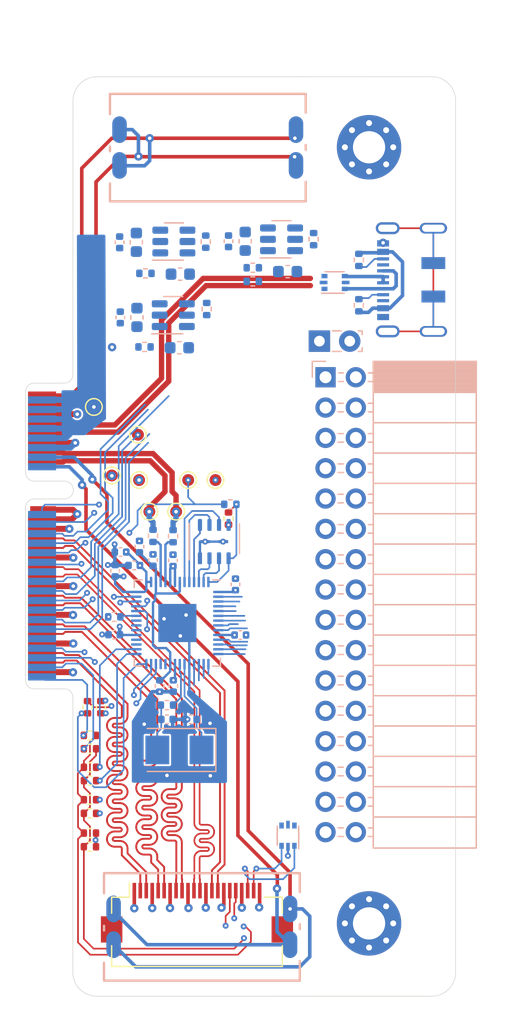
<source format=kicad_pcb>
(kicad_pcb (version 20221018) (generator pcbnew)
  (layers (0 "F.Cu" mixed) (1 "In1.Cu" power) (2 "In2.Cu" signal) (3 "In3.Cu" signal) (4 "In4.Cu" power) (31 "B.Cu" mixed) (34 "B.Paste" user) (35 "F.Paste" user) (36 "B.SilkS" user "B.Silkscreen") (37 "F.SilkS" user "F.Silkscreen") (38 "B.Mask" user) (39 "F.Mask" user) (44 "Edge.Cuts" user))
  (net 0 "")
  (net 1 "+5V")
  (net 2 "+3.3V")
  (net 3 "VBUS")
  (net 4 "+5VD")
  (net 5 "VDD")
  (net 6 "Net-(U2-XIN)")
  (net 7 "Net-(C2-Pad1)")
  (net 8 "Net-(U2-VREG_VOUT)")
  (net 9 "Net-(J1-GPIO28)")
  (net 10 "GND")
  (net 11 "/SPK_LP")
  (net 12 "/SPK_LN")
  (net 13 "/USB_DP")
  (net 14 "/USB_DN")
  (net 15 "/PICO_USB_DP")
  (net 16 "/SPK_RP")
  (net 17 "/PICO_USB_DN")
  (net 18 "/SPK_RN")
  (net 20 "Net-(J1-GPIO29)")
  (net 21 "/PICO_BOOT")
  (net 22 "/EXT_5V_FLT")
  (net 23 "/UART_TX")
  (net 24 "/UART_RX")
  (net 25 "/CAM_EN")
  (net 26 "/CAM_LED")
  (net 27 "Net-(J1-GPIO44)")
  (net 28 "Net-(J1-GPIO45)")
  (net 29 "/PICO_IO3")
  (net 30 "/PICO_IO7")
  (net 31 "/PICO_IO2")
  (net 32 "/PICO_IO6")
  (net 33 "/PICO_IO1")
  (net 34 "/PICO_IO5")
  (net 35 "/PICO_IO0")
  (net 36 "/PICO_IO4")
  (net 37 "Net-(J3-CC1)")
  (net 38 "Net-(J3-D+-PadA6)")
  (net 39 "Net-(J3-D--PadA7)")
  (net 41 "Net-(J3-CC2)")
  (net 43 "unconnected-(J3-SHIELD-PadS1)")
  (net 44 "Net-(U1-~{CS})")
  (net 45 "Net-(U2-XOUT)")
  (net 46 "Net-(U2-USB_DP)")
  (net 47 "Net-(U5-ILIM)")
  (net 48 "Net-(U2-USB_DM)")
  (net 49 "Net-(U2-GPIO16)")
  (net 50 "Net-(U6-ILIM)")
  (net 51 "Net-(U7-ILIM)")
  (net 52 "Net-(U1-DO(IO1))")
  (net 53 "Net-(U1-IO2)")
  (net 54 "Net-(U1-DI(IO0))")
  (net 55 "Net-(U1-CLK)")
  (net 56 "/EXT_5V_EN")
  (net 57 "Net-(U1-IO3)")
  (net 60 "Net-(U2-GPIO18)")
  (net 61 "Net-(U2-GPIO19)")
  (net 64 "/PICO_RUN")
  (net 66 "Net-(D1-K)")
  (net 67 "/PICO_IO11")
  (net 68 "/PICO_IO15")
  (net 69 "/PICO_IO10")
  (net 70 "/PICO_IO14")
  (net 71 "/PICO_IO9")
  (net 72 "/PICO_IO13")
  (net 73 "/PICO_IO8")
  (net 74 "/PICO_IO12")
  (net 75 "/PICO_IO27")
  (net 76 "/PICO_IO29")
  (net 77 "/PICO_IO26")
  (net 78 "/PICO_IO28")
  (net 79 "/I2C_SDA")
  (net 80 "/I2C_SCL")
  (net 81 "/CAM_DP3")
  (net 82 "/CAM_DN3")
  (net 83 "/CAM_DP2")
  (net 84 "/CAM_DN2")
  (net 85 "/CAM_CP")
  (net 86 "/CAM_CN")
  (net 87 "/CAM_DP1")
  (net 88 "/CAM_DN1")
  (net 89 "/CAM_DP0")
  (net 90 "/CAM_DN0")
  (net 91 "Net-(U2-GPIO25)")
  (net 93 "/VBUS_FLT")
  (net 94 "/VBUS_EN")
  (net 95 "/VDD_FLT")
  (net 96 "/VDD_EN")
  (net 97 "Net-(U2-GPIO17)")
  (net 100 "Net-(J2-Pin_20)")
  (net 101 "Net-(J2-Pin_19)")
  (footprint "Resistor_SMD:R_0402_1005Metric" (layer "F.Cu") (at 61.3958 115.6208 180)
    (fp_text reference "R15" hide)
    (fp_text value "DNP")
  )
  (footprint "Resistor_SMD:R_0402_1005Metric" (layer "F.Cu") (at 61.3898 121.158 180)
    (fp_text reference "R11" hide)
    (fp_text value "2.2K")
  )
  (footprint "Resistor_SMD:R_0402_1005Metric" (layer "F.Cu") (at 72.9996 93.6752 90)
    (fp_text reference "R2" hide)
    (fp_text value "DNP")
  )
  (footprint "Resistor_SMD:R_0402_1005Metric" (layer "F.Cu") (at 61.3918 120.015 180)
    (fp_text reference "R10" hide)
    (fp_text value "2.2K")
  )
  (footprint "@upico:ext" (layer "F.Cu") (at 56.0036 91.285515 -90)
    (fp_text reference "J1" hide)
    (fp_text value "uConsoleEXT")
    (fp_line (start -8.95 -0.7) (end -8.95 -2.5) (stroke (width 0.05)) (layer "Edge.Cuts"))
    (fp_line (start -1.45 0) (end -8.25 0) (stroke (width 0.05)) (layer "Edge.Cuts"))
    (fp_line (start -0.75 -0.7) (end -0.75 -3.25) (stroke (width 0.05)) (layer "Edge.Cuts"))
    (fp_line (start 0.75 -0.7) (end 0.75 -3.25) (stroke (width 0.05)) (layer "Edge.Cuts"))
    (fp_line (start 1.45 0) (end 15.95 0) (stroke (width 0.05)) (layer "Edge.Cuts"))
    (fp_line (start 16.65 -0.7) (end 16.65 -2.5) (stroke (width 0.05)) (layer "Edge.Cuts"))
    (fp_arc (start -8.25 0) (mid -8.744975 -0.205025) (end -8.95 -0.7) (stroke (width 0.05)) (layer "Edge.Cuts"))
    (fp_arc (start -0.75 -3.25) (mid 0 -4) (end 0.75 -3.25) (stroke (width 0.05)) (layer "Edge.Cuts"))
    (fp_arc (start -0.75 -0.7) (mid -0.955025 -0.205025) (end -1.45 0) (stroke (width 0.05)) (layer "Edge.Cuts"))
    (fp_arc (start 1.45 0) (mid 0.955025 -0.205025) (end 0.75 -0.7) (stroke (width 0.05)) (layer "Edge.Cuts"))
    (fp_arc (start 16.65 -0.7) (mid 16.444975 -0.205025) (end 15.95 0) (stroke (width 0.05)) (layer "Edge.Cuts"))
  )
  (footprint "Resistor_SMD:R_0402_1005Metric" (layer "F.Cu") (at 61.3938 117.221 180)
    (fp_text reference "R7" hide)
    (fp_text value "200R")
  )
  (footprint "MountingHole:MountingHole_2.7mm_M2.5_Pad_Via" (layer "F.Cu") (at 84.775 127.5786)
    (fp_text reference "H2" hide)
    (fp_text value "MountingHole")
  )
  (footprint "Resistor_SMD:R_0402_1005Metric" (layer "F.Cu") (at 61.1886 109.474 90)
    (fp_text reference "R14" hide)
    (fp_text value "DNP")
  )
  (footprint "TestPoint:TestPoint_Pad_D1.0mm" (layer "F.Cu") (at 69.622571 90.4494 90)
    (fp_text reference "TP6" hide)
    (fp_text value "BOOT")
  )
  (footprint "Resistor_SMD:R_0402_1005Metric" (layer "F.Cu") (at 61.3918 111.8362)
    (fp_text reference "R9" hide)
    (fp_text value "DNP")
  )
  (footprint "TestPoint:TestPoint_Pad_D1.0mm" (layer "F.Cu") (at 65.412539 86.653621)
    (fp_text reference "TP4" hide)
    (fp_text value "VDD EN")
  )
  (footprint "Resistor_SMD:R_0402_1005Metric" (layer "F.Cu") (at 61.3918 112.9538)
    (fp_text reference "R8" hide)
    (fp_text value "DNP")
  )
  (footprint "Connector_FFC-FPC:Hirose_FH12-22S-0.5SH_1x22-1MP_P0.50mm_Horizontal" (layer "F.Cu") (at 70.358 126.685)
    (fp_text reference "J4" hide)
    (fp_text value "Camera")
  )
  (footprint "TestPoint:TestPoint_Pad_D1.0mm" (layer "F.Cu") (at 63.2206 90.0684 90)
    (fp_text reference "TP2" hide)
    (fp_text value "+3.3V")
  )
  (footprint "Resistor_SMD:R_0402_1005Metric" (layer "F.Cu") (at 62.3062 109.474 90)
    (fp_text reference "R13" hide)
    (fp_text value "DNP")
  )
  (footprint "TestPoint:TestPoint_Pad_D1.0mm" (layer "F.Cu") (at 61.722 84.328 90)
    (fp_text reference "TP3" hide)
    (fp_text value "+5V")
  )
  (footprint "TestPoint:TestPoint_Pad_D1.0mm" (layer "F.Cu") (at 71.9074 90.4494 90)
    (fp_text reference "TP5" hide)
    (fp_text value "RUN")
  )
  (footprint "TestPoint:TestPoint_Pad_D1.0mm" (layer "F.Cu") (at 66.368208 93.091 -90)
    (fp_text reference "TP8" hide)
    (fp_text value "USB D-")
  )
  (footprint "Resistor_SMD:R_0402_1005Metric" (layer "F.Cu") (at 61.3958 114.5032 180)
    (fp_text reference "R16" hide)
    (fp_text value "DNP")
  )
  (footprint "TestPoint:TestPoint_Pad_D1.0mm" (layer "F.Cu") (at 68.613868 93.091 -90)
    (fp_text reference "TP7" hide)
    (fp_text value "USB D+")
  )
  (footprint "MountingHole:MountingHole_2.7mm_M2.5_Pad_Via" (layer "F.Cu") (at 84.775 62.5786)
    (fp_text reference "H1" hide)
    (fp_text value "MountingHole")
  )
  (footprint "Resistor_SMD:R_0402_1005Metric" (layer "F.Cu") (at 61.3938 118.364 180)
    (fp_text reference "R6" hide)
    (fp_text value "200R")
  )
  (footprint "TestPoint:TestPoint_Pad_D1.0mm" (layer "F.Cu") (at 65.508374 90.4494 90)
    (fp_text reference "TP1" hide)
    (fp_text value "GND")
  )
  (footprint "Capacitor_SMD:C_0402_1005Metric" (layer "B.Cu") (at 68.3755 107.696 -90)
    (fp_text reference "C13" hide)
    (fp_text value "100nF")
  )
  (footprint "Capacitor_SMD:C_0402_1005Metric" (layer "B.Cu") (at 65.09829 97.598987 180)
    (fp_text reference "C6" hide)
    (fp_text value "1uF")
  )
  (footprint "Resistor_SMD:R_0402_1005Metric" (layer "B.Cu") (at 80.1286 70.2731 90)
    (fp_text reference "R25" hide)
    (fp_text value "50K")
  )
  (footprint "Resistor_SMD:R_0402_1005Metric" (layer "B.Cu") (at 75.0336 73.8124)
    (fp_text reference "R19" hide)
    (fp_text value "10K")
  )
  (footprint "Capacitor_SMD:C_0402_1005Metric" (layer "B.Cu") (at 63.4238 103.4034 180)
    (fp_text reference "C7" hide)
    (fp_text value "100nF")
  )
  (footprint "Resistor_SMD:R_0402_1005Metric" (layer "B.Cu") (at 83.9216 72.0121 -90)
    (fp_text reference "R18" hide)
    (fp_text value "56K")
  )
  (footprint "Capacitor_SMD:C_0603_1608Metric" (layer "B.Cu") (at 65.278 70.5384 -90)
    (fp_text reference "C15" hide)
    (fp_text value "10uF")
  )
  (footprint "Resistor_SMD:R_0402_1005Metric" (layer "B.Cu") (at 68.356499 95.149154 -90)
    (fp_text reference "R4" hide)
    (fp_text value "27R")
  )
  (footprint "Capacitor_SMD:C_0402_1005Metric" (layer "B.Cu") (at 63.881 70.5384 -90)
    (fp_text reference "C18" hide)
    (fp_text value "100nF")
  )
  (footprint "Package_TO_SOT_SMD:SOT-666" (layer "B.Cu") (at 81.8896 73.905)
    (fp_text reference "U4" hide)
    (fp_text value "USBLC6-2P6")
  )
  (footprint "Package_DFN_QFN:QFN-56-1EP_7x7mm_P0.4mm_EP3.2x3.2mm" (layer "B.Cu") (at 68.7155 102.422 180)
    (fp_text reference "U2" hide)
    (fp_text value "RP2040")
  )
  (footprint "Capacitor_SMD:C_0603_1608Metric" (layer "B.Cu") (at 68.961 73.2054 180)
    (fp_text reference "C21" hide)
    (fp_text value "10uF")
  )
  (footprint "@upico:USON-8_4x3mm_P0.8mm" (layer "B.Cu") (at 71.8058 95.6056 90)
    (fp_text reference "U1" hide)
    (fp_text value "W25Q32JV")
  )
  (footprint "Resistor_SMD:R_0402_1005Metric" (layer "B.Cu") (at 71.0946 70.485 90)
    (fp_text reference "R23" hide)
    (fp_text value "100K")
  )
  (footprint "@jb:USB_C_Receptacle_JAE_DX07S016JA3R1500" (layer "B.Cu") (at 87.062213 73.679 -90)
    (fp_text reference "J3" hide)
    (fp_text value "USB_C")
  )
  (footprint "Resistor_SMD:R_0402_1005Metric" (layer "B.Cu") (at 73.152 92.4814)
    (fp_text reference "R1" hide)
    (fp_text value "1K")
  )
  (footprint "Resistor_SMD:R_0402_1005Metric" (layer "B.Cu") (at 75.0336 72.6694)
    (fp_text reference "R22" hide)
    (fp_text value "10K")
  )
  (footprint "Package_TO_SOT_SMD:SOT-23-6" (layer "B.Cu") (at 77.4411 70.2879)
    (fp_text reference "U7" hide)
    (fp_text value "AP22652_3x")
  )
  (footprint "Capacitor_SMD:C_0402_1005Metric" (layer "B.Cu") (at 68.3514 97.1804 90)
    (fp_text reference "C11" hide)
    (fp_text value "100nF")
  )
  (footprint "LED_THT:LED_SideEmitter_Rectangular_W4.5mm_H1.6mm" (layer "B.Cu") (at 80.6146 78.8162)
    (fp_text reference "D1" hide)
    (fp_text value "LED")
  )
  (footprint "Package_TO_SOT_SMD:SOT-23-6" (layer "B.Cu") (at 68.423 70.4734)
    (fp_text reference "U5" hide)
    (fp_text value "AP22652_3x")
  )
  (footprint "Capacitor_SMD:C_0603_1608Metric" (layer "B.Cu") (at 65.3288 76.8283 -90)
    (fp_text reference "C16" hide)
    (fp_text value "10uF")
  )
  (footprint "Capacitor_SMD:C_0402_1005Metric" (layer "B.Cu") (at 63.9318 76.8283 -90)
    (fp_text reference "C19" hide)
    (fp_text value "100nF")
  )
  (footprint "Package_TO_SOT_SMD:SOT-23-6" (layer "B.Cu") (at 68.3713 76.6403)
    (fp_text reference "U6" hide)
    (fp_text value "AP22652_3x")
  )
  (footprint "Capacitor_SMD:C_0402_1005Metric" (layer "B.Cu") (at 69.85 110.49 180)
    (fp_text reference "C1" hide)
    (fp_text value "27pF")
  )
  (footprint "Resistor_SMD:R_0402_1005Metric" (layer "B.Cu") (at 67.8434 109.2962)
    (fp_text reference "R3" hide)
    (fp_text value "1K")
  )
  (footprint "Capacitor_SMD:C_0603_1608Metric" (layer "B.Cu") (at 77.9546 72.9909 180)
    (fp_text reference "C20" hide)
    (fp_text value "10uF")
  )
  (footprint "Resistor_SMD:R_0402_1005Metric" (layer "B.Cu") (at 65.9638 79.3008)
    (fp_text reference "R21" hide)
    (fp_text value "10K")
  )
  (footprint "Capacitor_SMD:C_0402_1005Metric" (layer "B.Cu") (at 63.5 98.044 90)
    (fp_text reference "C8" hide)
    (fp_text value "100nF")
  )
  (footprint "Resistor_SMD:R_0402_1005Metric" (layer "B.Cu") (at 63.4238 101.9048 180)
    (fp_text reference "R12" hide)
    (fp_text value "470R")
  )
  (footprint "Capacitor_SMD:C_0402_1005Metric" (layer "B.Cu") (at 66.675 97.155 90)
    (fp_text reference "C5" hide)
    (fp_text value "1uF")
  )
  (footprint "Package_TO_SOT_SMD:SOT-666" (layer "B.Cu") (at 77.9821 120.2318 90)
    (fp_text reference "U3" hide)
    (fp_text value "USBLC6-2P6")
  )
  (footprint "Capacitor_SMD:C_0402_1005Metric" (layer "B.Cu") (at 63.95113 96.478817 180)
    (fp_text reference "C10" hide)
    (fp_text value "100nF")
  )
  (footprint "@upico:speaker" (layer "B.Cu") (at 70.8406 121.4374 180)
    (fp_text reference "J6" hide)
    (fp_text value "uConsoleSpeaker")
  )
  (footprint "Resistor_SMD:R_0402_1005Metric" (layer "B.Cu") (at 71.1708 76.1258 90)
    (fp_text reference "R24" hide)
    (fp_text value "100K")
  )
  (footprint "Resistor_SMD:R_0402_1005Metric" (layer "B.Cu") (at 66.675 95.123 -90)
    (fp_text reference "R5" hide)
    (fp_text value "27R")
  )
  (footprint "Crystal:Crystal_SMD_5032-2Pin_5.0x3.2mm" (layer "B.Cu") (at 68.8888 113.0554 180)
    (fp_text reference "Y1" hide)
    (fp_text value "12MHz")
  )
  (footprint "Capacitor_SMD:C_0402_1005Metric" (layer "B.Cu") (at 73.0016 70.4509 -90)
    (fp_text reference "C17" hide)
    (fp_text value "100nF")
  )
  (footprint "Capacitor_SMD:C_0402_1005Metric" (layer "B.Cu") (at 73.5838 99.187 90)
    (fp_text reference "C12" hide)
    (fp_text value "100nF")
  )
  (footprint "Capacitor_SMD:C_0402_1005Metric" (layer "B.Cu") (at 67.2325 107.696 -90)
    (fp_text reference "C3" hide)
    (fp_text value "100nF")
  )
  (footprint "@upico:speaker" (layer "B.Cu") (at 71.338119 56.174385 180)
    (fp_text reference "J5" hide)
    (fp_text value "uConsoleSpeaker")
  )
  (footprint "Capacitor_SMD:C_0402_1005Metric" (layer "B.Cu") (at 73.9902 103.4288)
    (fp_text reference "C9" hide)
    (fp_text value "100nF")
  )
  (footprint "Capacitor_SMD:C_0402_1005Metric" (layer "B.Cu") (at 67.846 110.49)
    (fp_text reference "C2" hide)
    (fp_text value "27pF")
  )
  (footprint "Connector_PinSocket_2.54mm:PinSocket_2x16_P2.54mm_Horizontal" (layer "B.Cu") (at 81.1276 81.8388 180)
    (fp_text reference "J2" hide)
    (fp_text value "uPico Connect")
  )
  (footprint "Capacitor_SMD:C_0603_1608Metric" (layer "B.Cu") (at 68.8848 79.3683 180)
    (fp_text reference "C22" hide)
    (fp_text value "10uF")
  )
  (footprint "Capacitor_SMD:C_0603_1608Metric" (layer "B.Cu") (at 74.3986 70.4509 -90)
    (fp_text reference "C14" hide)
    (fp_text value "10uF")
  )
  (footprint "Resistor_SMD:R_0402_1005Metric" (layer "B.Cu") (at 66.04 73.1379)
    (fp_text reference "R20" hide)
    (fp_text value "10K")
  )
  (footprint "Resistor_SMD:R_0402_1005Metric" (layer "B.Cu") (at 83.9216 75.81 90)
    (fp_text reference "R17" hide)
    (fp_text value "56K")
  )
  (footprint "Capacitor_SMD:C_0402_1005Metric" (layer "B.Cu") (at 65.540783 96.025807 90)
    (fp_text reference "C4" hide)
    (fp_text value "100nF")
  )
  (gr_line locked (start 58.5036 107.935515) (end 59.294207 107.938269) (stroke (width 0.05)) (layer "Edge.Cuts"))
  (gr_line locked (start 59.960476 81.629224) (end 59.969308 58.677903) (stroke (width 0.05)) (layer "Edge.Cuts"))
  (gr_arc locked (start 59.960476 81.629224) (mid 59.757477 82.121846) (end 59.266531 82.328915) (stroke (width 0.05)) (layer "Edge.Cuts"))
  (gr_arc locked (start 61.959742 133.673698) (mid 60.545593 133.087821) (end 59.959943 131.6736) (stroke (width 0.05)) (layer "Edge.Cuts"))
  (gr_line locked (start 59.959943 131.6736) (end 59.962159 108.631442) (stroke (width 0.05)) (layer "Edge.Cuts"))
  (gr_arc locked (start 59.969308 58.677903) (mid 60.555469 57.264921) (end 61.968763 56.679544) (stroke (width 0.05)) (layer "Edge.Cuts"))
  (gr_line locked (start 59.266531 82.328915) (end 58.5036 82.335515) (stroke (width 0.05)) (layer "Edge.Cuts"))
  (gr_line locked (start 61.976 56.679544) (end 90.025415 56.671651) (stroke (width 0.05)) (layer "Edge.Cuts"))
  (gr_arc locked (start 92.025857 131.676807) (mid 91.439992 133.091066) (end 90.025657 133.676806) (stroke (width 0.05)) (layer "Edge.Cuts"))
  (gr_line locked (start 90.025657 133.676806) (end 61.959742 133.673698) (stroke (width 0.05)) (layer "Edge.Cuts"))
  (gr_arc locked (start 90.025415 56.671651) (mid 91.44 57.257242) (end 92.025959 58.671651) (stroke (width 0.05)) (layer "Edge.Cuts"))
  (gr_line locked (start 92.025959 58.671651) (end 92.025857 131.676807) (stroke (width 0.05)) (layer "Edge.Cuts"))
  (gr_arc locked (start 59.294207 107.938269) (mid 59.76838 108.154026) (end 59.962159 108.637569) (stroke (width 0.05)) (layer "Edge.Cuts"))
  (via (at 61.722 84.328) (size 0.7) (drill 0.3) (layers "F.Cu" "B.Cu") (net 1))
  (segment (start 57.3786 83.735515) (end 59.436 83.735515) (width 0.5) (layer "B.Cu") (net 1))
  (segment (start 59.368485 86.935515) (end 57.3786 86.935515) (width 0.5) (layer "B.Cu") (net 1))
  (segment (start 57.3786 84.535515) (end 59.3852 84.535515) (width 0.5) (layer "B.Cu") (net 1))
  (segment (start 57.3786 86.135515) (end 59.211515 86.135515) (width 0.5) (layer "B.Cu") (net 1))
  (segment (start 59.69 86.614) (end 59.368485 86.935515) (width 0.5) (layer "B.Cu") (net 1))
  (segment (start 57.387085 85.344) (end 59.36823 85.344) (width 0.5) (layer "B.Cu") (net 1))
  (segment (start 57.3786 85.335515) (end 57.387085 85.344) (width 0.5) (layer "B.Cu") (net 1))
  (segment (start 59.211515 86.135515) (end 59.69 86.614) (width 0.5) (layer "B.Cu") (net 1))
  (segment (start 60.325 93.2942) (end 59.883685 93.735515) (width 0.5) (layer "F.Cu") (net 2))
  (segment (start 61.8998 120.6377) (end 61.8613 120.5992) (width 0.2) (layer "F.Cu") (net 2))
  (segment (start 59.883685 93.735515) (end 57.3786 93.735515) (width 0.5) (layer "F.Cu") (net 2))
  (segment (start 75.608 124.835) (end 75.608 126.195) (width 0.3) (layer "F.Cu") (net 2))
  (segment (start 60.325 93.2942) (end 60.325 93.2942) (width 0.5) (layer "F.Cu") (net 2))
  (segment (start 75.608 126.195) (end 75.565 126.238) (width 0.3) (layer "F.Cu") (net 2))
  (segment (start 59.966315 92.935515) (end 60.325 93.2942) (width 0.5) (layer "F.Cu") (net 2))
  (segment (start 57.3786 92.935515) (end 59.966315 92.935515) (width 0.5) (layer "F.Cu") (net 2))
  (segment (start 61.8998 121.158) (end 61.8998 120.6377) (width 0.2) (layer "F.Cu") (net 2))
  (segment (start 61.8613 120.5992) (end 61.9018 120.5587) (width 0.2) (layer "F.Cu") (net 2))
  (segment (start 61.9018 120.5587) (end 61.9018 120.015) (width 0.2) (layer "F.Cu") (net 2))
  (via (at 63.246 79.3242) (size 0.7) (drill 0.3) (layers "F.Cu" "B.Cu") (net 2))
  (via (at 60.325 93.2942) (size 0.7) (drill 0.3) (layers "F.Cu" "B.Cu") (net 2))
  (via (at 61.8613 120.5992) (size 0.5) (drill 0.2) (layers "F.Cu" "B.Cu") (net 2))
  (via (at 63.2284 90.0938) (size 0.7) (drill 0.3) (layers "F.Cu" "B.Cu") (net 2))
  (via (at 75.565 126.238) (size 0.7) (drill 0.3) (layers "F.Cu" "B.Cu") (net 2))
  (segment (start 83.9216 71.4146) (end 85.876613 71.4146) (width 0.3) (layer "B.Cu") (net 3))
  (segment (start 85.876613 71.4146) (end 85.952213 71.339) (width 0.3) (layer "B.Cu") (net 3))
  (segment (start 83.9216 76.4075) (end 84.7301 76.4075) (width 0.3) (layer "B.Cu") (net 3))
  (segment (start 85.952213 76.059) (end 86.5174 76.059) (width 0.3) (layer "B.Cu") (net 3))
  (segment (start 85.0786 76.059) (end 85.952213 76.059) (width 0.3) (layer "B.Cu") (net 3))
  (segment (start 87.5792 74.9972) (end 87.5792 72.1778) (width 0.3) (layer "B.Cu") (net 3))
  (segment (start 86.5174 76.059) (end 87.5792 74.9972) (width 0.3) (layer "B.Cu") (net 3))
  (segment (start 86.7404 71.339) (end 85.952213 71.339) (width 0.3) (layer "B.Cu") (net 3))
  (segment (start 87.5792 72.1778) (end 86.7404 71.339) (width 0.3) (layer "B.Cu") (net 3))
  (segment (start 84.7301 76.4075) (end 85.0786 76.059) (width 0.3) (layer "B.Cu") (net 3))
  (via (at 64.2112 98.524) (size 0.5) (drill 0.2) (layers "F.Cu" "B.Cu") (net 5))
  (via (at 63.881 102.7176) (size 0.5) (drill 0.2) (layers "F.Cu" "B.Cu") (net 5))
  (via (at 65.5828 97.6122) (size 0.5) (drill 0.2) (layers "F.Cu" "B.Cu") (net 5))
  (via (at 68.3514 97.6604) (size 0.5) (drill 0.2) (layers "F.Cu" "B.Cu") (net 5))
  (via (at 64.4144 96.4692) (size 0.5) (drill 0.2) (layers "F.Cu" "B.Cu") (net 5))
  (via (at 72.9996 94.2086) (size 0.5) (drill 0.2) (layers "F.Cu" "B.Cu") (net 5))
  (via (at 68.383493 107.208007) (size 0.5) (drill 0.2) (layers "F.Cu" "B.Cu") (net 5))
  (via (at 73.5102 103.4288) (size 0.5) (drill 0.2) (layers "F.Cu" "B.Cu") (net 5))
  (via (at 73.5838 99.6696) (size 0.5) (drill 0.2) (layers "F.Cu" "B.Cu") (net 5))
  (segment (start 66.1155 98.1449) (end 65.5828 97.6122) (width 0.2) (layer "B.Cu") (net 5))
  (segment (start 64.440747 96.478817) (end 64.4144 96.4692) (width 0.3) (layer "B.Cu") (net 5))
  (segment (start 66.1155 98.9845) (end 66.1155 99.6703) (width 0.2) (layer "B.Cu") (net 5))
  (segment (start 63.897 103.422) (end 63.881 103.406) (width 0.2) (layer "B.Cu") (net 5))
  (segment (start 64.4144 96.4692) (end 64.421513 96.478817) (width 0.3) (layer "B.Cu") (net 5))
  (segment (start 72.153 99.822) (end 73.4288 99.822) (width 0.2) (layer "B.Cu") (net 5))
  (segment (start 73.5812 99.6696) (end 73.5838 99.6696) (width 0.2) (layer "B.Cu") (net 5))
  (segment (start 65.5828 97.6122) (end 65.57829 97.556022) (width 0.3) (layer "B.Cu") (net 5))
  (segment (start 73.5838 99.6696) (end 73.5838 99.667) (width 0.2) (layer "B.Cu") (net 5))
  (segment (start 63.881 103.406) (end 63.881 102.7176) (width 0.3) (layer "B.Cu") (net 5))
  (segment (start 68.5155 97.8245) (end 68.5155 98.9845) (width 0.2) (layer "B.Cu") (net 5))
  (segment (start 68.5155 105.8595) (end 68.5155 107.076) (width 0.2) (layer "B.Cu") (net 5))
  (segment (start 68.1155 97.8963) (end 68.3514 97.6604) (width 0.2) (layer "B.Cu") (net 5))
  (segment (start 68.383493 107.208007) (end 68.3755 107.216) (width 0.3) (layer "B.Cu") (net 5))
  (segment (start 64.1604 99.822) (end 63.5 99.1616) (width 0.2) (layer "B.Cu") (net 5))
  (segment (start 66.5155 98.9845) (end 66.1155 98.9845) (width 0.2) (layer "B.Cu") (net 5))
  (segment (start 68.5155 107.076) (end 68.3755 107.216) (width 0.2) (layer "B.Cu") (net 5))
  (segment (start 73.5034 103.422) (end 73.5102 103.4288) (width 0.2) (layer "B.Cu") (net 5))
  (segment (start 65.278 99.822) (end 64.1604 99.822) (width 0.2) (layer "B.Cu") (net 5))
  (segment (start 73.5034 103.422) (end 72.153 103.422) (width 0.2) (layer "B.Cu") (net 5))
  (segment (start 65.57829 97.556022) (end 64.501085 96.478817) (width 0.2) (layer "B.Cu") (net 5))
  (segment (start 73.4288 99.822) (end 73.5812 99.6696) (width 0.2) (layer "B.Cu") (net 5))
  (segment (start 64.2112 98.524) (end 63.5 98.524) (width 0.3) (layer "B.Cu") (net 5))
  (segment (start 66.1155 98.9845) (end 66.1155 98.1449) (width 0.2) (layer "B.Cu") (net 5))
  (segment (start 63.5 99.1616) (end 63.5 98.524) (width 0.2) (layer "B.Cu") (net 5))
  (segment (start 64.501085 96.478817) (end 64.440747 96.478817) (width 0.3) (layer "B.Cu") (net 5))
  (segment (start 66.1155 99.6703) (end 65.9638 99.822) (width 0.2) (layer "B.Cu") (net 5))
  (segment (start 65.278 103.422) (end 63.897 103.422) (width 0.2) (layer "B.Cu") (net 5))
  (segment (start 65.9638 99.822) (end 65.278 99.822) (width 0.2) (layer "B.Cu") (net 5))
  (segment (start 64.421513 96.478817) (end 64.43113 96.478817) (width 0.3) (layer "B.Cu") (net 5))
  (segment (start 68.3514 97.6604) (end 68.5155 97.8245) (width 0.2) (layer "B.Cu") (net 5))
  (segment (start 68.1155 98.9845) (end 68.1155 97.8963) (width 0.2) (layer "B.Cu") (net 5))
  (segment (start 65.57829 97.598987) (end 65.5828 97.6122) (width 0.3) (layer "B.Cu") (net 5))
  (segment (start 73.5838 99.667) (end 73.5838 99.667) (width 0.2) (layer "B.Cu") (net 5))
  (segment (start 70.33 110.49) (end 70.33 111.1732) (width 0.14) (layer "B.Cu") (net 6))
  (segment (start 70.33 109.573) (end 70.33 110.49) (width 0.14) (layer "B.Cu") (net 6))
  (segment (start 70.33 111.1732) (end 70.7388 111.582) (width 0.14) (layer "B.Cu") (net 6))
  (segment (start 70.7388 111.582) (end 70.7388 113.0554) (width 0.14) (layer "B.Cu") (net 6))
  (segment (start 69.3155 105.8595) (end 69.3155 108.5585) (width 0.14) (layer "B.Cu") (net 6))
  (segment (start 69.3155 108.5585) (end 70.33 109.573) (width 0.14) (layer "B.Cu") (net 6))
  (segment (start 67.366 110.49) (end 67.366 111.2722) (width 0.14) (layer "B.Cu") (net 7))
  (segment (start 67.366 111.2722) (end 67.0388 111.5994) (width 0.14) (layer "B.Cu") (net 7))
  (segment (start 67.366 109.3288) (end 67.3334 109.2962) (width 0.14) (layer "B.Cu") (net 7))
  (segment (start 67.0388 111.5994) (end 67.0388 113.0554) (width 0.14) (layer "B.Cu") (net 7))
  (segment (start 67.366 110.49) (end 67.366 109.3288) (width 0.14) (layer "B.Cu") (net 7))
  (segment (start 68.7324 99.949) (end 66.929 99.949) (width 0.2) (layer "B.Cu") (net 8))
  (segment (start 66.9036 104.521) (end 67.7672 104.521) (width 0.2) (layer "B.Cu") (net 8))
  (segment (start 66.632034 97.635) (end 65.540783 96.543749) (width 0.2) (layer "B.Cu") (net 8))
  (segment (start 68.9155 99.7659) (end 68.7324 99.949) (width 0.2) (layer "B.Cu") (net 8))
  (segment (start 68.9155 98.9845) (end 68.9155 99.7659) (width 0.2) (layer "B.Cu") (net 8))
  (segment (start 66.9155 97.8755) (end 66.675 97.635) (width 0.2) (layer "B.Cu") (net 8))
  (segment (start 66.929 99.949) (end 66.8528 100.0252) (width 0.2) (layer "B.Cu") (net 8))
  (segment (start 66.8528 100.5332) (end 66.675 100.711) (width 0.2) (layer "B.Cu") (net 8))
  (segment (start 68.1155 105.8595) (end 68.1155 106.4714) (width 0.2) (layer "B.Cu") (net 8))
  (segment (start 68.1155 106.4714) (end 67.3709 107.216) (width 0.2) (layer "B.Cu") (net 8))
  (segment (start 66.929 99.949) (end 66.9155 99.9625) (width 0.2) (layer "B.Cu") (net 8))
  (segment (start 66.675 100.711) (end 66.675 104.2924) (width 0.2) (layer "B.Cu") (net 8))
  (segment (start 66.8528 100.0252) (end 66.8528 100.5332) (width 0.2) (layer "B.Cu") (net 8))
  (segment (start 68.1155 104.8693) (end 68.1155 105.8595) (width 0.2) (layer "B.Cu") (net 8))
  (segment (start 66.9155 98.9845) (end 66.9155 97.8755) (width 0.2) (layer "B.Cu") (net 8))
  (segment (start 67.3709 107.216) (end 67.2325 107.216) (width 0.2) (layer "B.Cu") (net 8))
  (segment (start 65.540783 96.543749) (end 65.540783 96.505807) (width 0.3) (layer "B.Cu") (net 8))
  (segment (start 66.9155 98.9845) (end 66.9155 99.9625) (width 0.2) (layer "B.Cu") (net 8))
  (segment (start 66.675 104.2924) (end 66.9036 104.521) (width 0.2) (layer "B.Cu") (net 8))
  (segment (start 66.675 97.635) (end 66.632034 97.635) (width 0.3) (layer "B.Cu") (net 8))
  (segment (start 67.7672 104.521) (end 68.1155 104.8693) (width 0.2) (layer "B.Cu") (net 8))
  (segment (start 61.9038 118.364) (end 62.2191 118.364) (width 0.14) (layer "F.Cu") (net 9))
  (via (at 62.1538 92.5068) (size 0.5) (drill 0.2) (layers "F.Cu" "B.Cu") (net 9))
  (via (at 62.2191 118.364) (size 0.5) (drill 0.2) (layers "F.Cu" "B.Cu") (net 9))
  (segment (start 62.1538 92.5068) (end 57.6326 92.5068) (width 0.14) (layer "B.Cu") (net 9))
  (segment (start 57.6326 92.5068) (end 57.3786 92.7608) (width 0.14) (layer "B.Cu") (net 9))
  (segment (start 57.3786 92.7608) (end 57.3786 93.335515) (width 0.14) (layer "B.Cu") (net 9))
  (segment (start 59.978515 96.935515) (end 57.3786 96.935515) (width 0.5) (layer "F.Cu") (net 10))
  (segment (start 74.108 124.835) (end 74.108 126.2542) (width 0.3) (layer "F.Cu") (net 10))
  (segment (start 60.325 84.935515) (end 57.3786 84.935515) (width 0.5) (layer "F.Cu") (net 10))
  (segment (start 57.380685 84.9376) (end 57.3786 84.935515) (width 0.5) (layer "F.Cu") (net 10))
  (segment (start 72.4154 126.2634) (end 72.608 126.0708) (width 0.3) (layer "F.Cu") (net 10))
  (segment (start 59.951915 106.535515) (end 57.3786 106.535515) (width 0.5) (layer "F.Cu") (net 10))
  (segment (start 66.608 126.298) (end 66.608 124.835) (width 0.3) (layer "F.Cu") (net 10))
  (segment (start 59.952515 101.735515) (end 57.3786 101.735515) (width 0.5) (layer "F.Cu") (net 10))
  (segment (start 59.9948 104.14) (end 59.3598 104.14) (width 0.5) (layer "F.Cu") (net 10))
  (segment (start 59.9948 99.336471) (end 59.356871 99.336471) (width 0.5) (layer "F.Cu") (net 10))
  (segment (start 65.108 126.3142) (end 65.108 124.835) (width 0.3) (layer "F.Cu") (net 10))
  (segment (start 59.355915 99.335515) (end 57.3786 99.335515) (width 0.5) (layer "F.Cu") (net 10))
  (segment (start 60.157515 87.335515) (end 57.3786 87.335515) (width 0.5) (layer "F.Cu") (net 10))
  (segment (start 59.6646 94.535515) (end 57.3786 94.535515) (width 0.5) (layer "F.Cu") (net 10))
  (segment (start 59.9694 101.7524) (end 59.952515 101.735515) (width 0.5) (layer "F.Cu") (net 10))
  (segment (start 59.9694 106.553) (end 59.951915 106.535515) (width 0.5) (layer "F.Cu") (net 10))
  (segment (start 72.608 126.0708) (end 72.608 124.835) (width 0.3) (layer "F.Cu") (net 10))
  (segment (start 68.108 126.2782) (end 68.0974 126.2888) (width 0.3) (layer "F.Cu") (net 10))
  (segment (start 69.608 126.25) (end 69.6468 126.2888) (width 0.3) (layer "F.Cu") (net 10))
  (segment (start 71.108 124.835) (end 71.108 126.25) (width 0.3) (layer "F.Cu") (net 10))
  (segment (start 69.608 124.835) (end 69.608 126.25) (width 0.3) (layer "F.Cu") (net 10))
  (segment (start 59.355315 104.135515) (end 57.3786 104.135515) (width 0.5) (layer "F.Cu") (net 10))
  (segment (start 59.356871 99.336471) (end 59.355915 99.335515) (width 0.5) (layer "F.Cu") (net 10))
  (segment (start 74.108 126.2542) (end 74.1172 126.2634) (width 0.3) (layer "F.Cu") (net 10))
  (segment (start 68.108 124.835) (end 68.108 126.2782) (width 0.3) (layer "F.Cu") (net 10))
  (segment (start 59.9948 96.9518) (end 59.978515 96.935515) (width 0.5) (layer "F.Cu") (net 10))
  (segment (start 71.108 126.25) (end 71.0946 126.2634) (width 0.3) (layer "F.Cu") (net 10))
  (segment (start 59.3598 104.14) (end 59.355315 104.135515) (width 0.5) (layer "F.Cu") (net 10))
  (via (at 71.4502 110.8202) (size 0.7) (drill 0.3) (layers "F.Cu" "B.Cu") (net 10))
  (via (at 66.675 96.6724) (size 0.5) (drill 0.2) (layers "F.Cu" "B.Cu") (net 10))
  (via (at 65.9384 110.8964) (size 0.7) (drill 0.3) (layers "F.Cu" "B.Cu") (net 10))
  (via (at 67.8434 115.189) (size 0.7) (drill 0.3) (layers "F.Cu" "B.Cu") (net 10))
  (via (at 72.4154 126.2634) (size 0.7) (drill 0.3) (layers "F.Cu" "B.Cu") (net 10))
  (via (at 66.608 126.298) (size 0.7) (drill 0.3) (layers "F.Cu" "B.Cu") (net 10))
  (via (at 69.6468 126.2888) (size 0.7) (drill 0.3) (layers "F.Cu" "B.Cu") (net 10))
  (via (at 62.4078 103.378) (size 0.5) (drill 0.2) (layers "F.Cu" "B.Cu") (net 10))
  (via (at 85.952213 70.579498) (size 0.7) (drill 0.3) (layers "F.Cu" "B.Cu") (net 10))
  (via (at 59.9694 101.7524) (size 0.7) (drill 0.3) (layers "F.Cu" "B.Cu") (net 10))
  (via (at 71.4756 115.2144) (size 0.7) (drill 0.3) (layers "F.Cu" "B.Cu") (net 10))
  (via (at 65.108 126.3142) (size 0.7) (drill 0.3) (layers "F.Cu" "B.Cu") (net 10))
  (via (at 73.5838 98.7044) (size 0.5) (drill 0.2) (layers "F.Cu" "B.Cu") (net 10))
  (via (at 67.600033 102.071967) (size 0.7) (drill 0.3) (layers "F.Cu" "B.Cu") (net 10))
  (via (at 74.1172 126.2634) (size 0.7) (drill 0.3) (layers "F.Cu" "B.Cu") (net 10))
  (via (at 67.2338 108.1786) (size 0.5) (drill 0.2) (layers "F.Cu" "B.Cu") (net 10))
  (via (at 59.9948 96.9518) (size 0.7) (drill 0.3) (layers "F.Cu" "B.Cu") (net 10))
  (via (at 68.0974 126.2888) (size 0.7) (drill 0.3) (layers "F.Cu" "B.Cu") (net 10))
  (via (at 65.5066 90.4494) (size 0.7) (drill 0.3) (layers "F.Cu" "B.Cu") (net 10))
  (via (at 72.5424 95.6056) (size 0.5) (drill 0.2) (layers "F.Cu" "B.Cu") (net 10))
  (via (at 68.3514 96.6978) (size 0.5) (drill 0.2) (layers "F.Cu" "B.Cu") (net 10))
  (via (at 77.978 121.92) (size 0.5) (drill 0.2) (layers "F.Cu" "B.Cu") (net 10))
  (via (at 59.9948 104.14) (size 0.7) (drill 0.3) (layers "F.Cu" "B.Cu") (net 10))
  (via (at 65.532 95.5548) (size 0.5) (drill 0.2) (layers "F.Cu" "B.Cu") (net 10))
  (via (at 59.9948 99.336471) (size 0.7) (drill 0.3) (layers "F.Cu" "B.Cu") (net 10))
  (via (at 63.457089 95.826311) (size 0.5) (drill 0.2) (layers "F.Cu" "B.Cu") (net 10))
  (via (at 69.5673 110.49) (size 0.5) (drill 0.2) (layers "F.Cu" "B.Cu") (net 10))
  (via (at 59.6646 94.535515) (size 0.7) (drill 0.3) (layers "F.Cu" "B.Cu") (net 10))
  (via (at 60.157515 87.335515) (size 0.7) (drill 0.3) (layers "F.Cu" "B.Cu") (net 10))
  (via (at 60.325 84.935515) (size 0.7) (drill 0.3) (layers "F.Cu" "B.Cu") (net 10))
  (via (at 71.0438 95.6056) (size 0.5) (drill 0.2) (layers "F.Cu" "B.Cu") (net 10))
  (via (at 62.893 97.564) (size 0.5) (drill 0.2) (layers "F.Cu" "B.Cu") (net 10))
  (via (at 74.4702 103.4288) (size 0.5) (drill 0.2) (layers "F.Cu" "B.Cu") (net 10))
  (via (at 59.9694 106.553) (size 0.7) (drill 0.3) (layers "F.Cu" "B.Cu") (net 10))
  (via (at 71.0946 126.2634) (size 0.7) (drill 0.3) (layers "F.Cu" "B.Cu") (net 10))
  (via (at 68.961 103.505) (size 0.7) (drill 0.3) (layers "F.Cu" "B.Cu") (net 10))
  (via (at 69.4436 101.7524) (size 0.7) (drill 0.3) (layers "F.Cu" "B.Cu") (net 10))
  (segment (start 59.757515 87.735515) (end 57.3786 87.735515) (width 0.5) (layer "B.Cu") (net 10))
  (segment (start 70.6058 95.6056) (end 71.0438 95.6056) (width 0.2) (layer "B.Cu") (net 10))
  (segment (start 69.7155 105.8595) (end 69.7155 103.422) (width 0.2) (layer "B.Cu") (net 10))
  (segment (start 72.5678 95.6056) (end 72.5424 95.6056) (width 0.2) (layer "B.Cu") (net 10))
  (segment (start 69.5673 110.49) (end 69.37 110.49) (width 0.3) (layer "B.Cu") (net 10))
  (segment (start 72.5424 95.6056) (end 71.0438 95.6056) (width 0.2) (layer "B.Cu") (net 10))
  (segment (start 63.4746 96.482287) (end 63.4746 97.5386) (width 0.3) (layer "B.Cu") (net 10))
  (segment (start 63.457089 95.826311) (end 63.47113 95.840352) (width 0.3) (layer "B.Cu") (net 10))
  (segment (start 63.534987 97.598987) (end 63.5 97.564) (width 0.3) (layer "B.Cu") (net 10))
  (segment (start 62.4332 103.4034) (end 62.9438 103.4034) (width 0.3) (layer "B.Cu") (net 10))
  (segment (start 62.893 97.564) (end 63.5 97.564) (width 0.3) (layer "B.Cu") (net 10))
  (segment (start 70.6058 97.0026) (end 70.6058 95.6056) (width 0.2) (layer "B.Cu") (net 10))
  (segment (start 62.4078 103.378) (end 62.4332 103.4034) (width 0.2) (layer "B.Cu") (net 10))
  (segment (start 64.61829 97.598987) (end 63.534987 97.598987) (width 0.3) (layer "B.Cu") (net 10))
  (segment (start 71.4502 110.0074) (end 69.7155 108.2727) (width 0.2) (layer "B.Cu") (net 10))
  (segment (start 69.7155 103.422) (end 68.7155 102.422) (width 0.2) (layer "B.Cu") (net 10))
  (segment (start 63.47113 95.840352) (end 63.47113 96.478817) (width 0.3) (layer "B.Cu") (net 10))
  (segment (start 71.4502 110.8202) (end 71.4502 110.0074) (width 0.2) (layer "B.Cu") (net 10))
  (segment (start 69.7155 108.2727) (end 69.7155 105.8595) (width 0.2) (layer "B.Cu") (net 10))
  (segment (start 68.3755 108.176) (end 67.2325 108.176) (width 0.3) (layer "B.Cu") (net 10))
  (segment (start 77.9821 121.9159) (end 77.978 121.92) (width 0.2) (layer "B.Cu") (net 10))
  (segment (start 63.47113 96.478817) (end 63.4746 96.482287) (width 0.3) (layer "B.Cu") (net 10))
  (segment (start 63.4746 97.5386) (end 63.5 97.564) (width 0.3) (layer "B.Cu") (net 10))
  (segment (start 77.9821 121.1568) (end 77.9821 121.9159) (width 0.2) (layer "B.Cu") (net 10))
  (segment (start 60.157515 87.335515) (end 59.757515 87.735515) (width 0.5) (layer "B.Cu") (net 10))
  (segment (start 63.2206 61.8236) (end 60.706 64.3382) (width 0.3) (layer "F.Cu") (net 11))
  (segment (start 78.5622 61.8236) (end 66.3956 61.8236) (width 0.3) (layer "F.Cu") (net 11))
  (segment (start 60.706 64.3382) (end 60.706 82.4484) (width 0.3) (layer "F.Cu") (net 11))
  (segment (start 60.706 82.4484) (end 59.818885 83.335515) (width 0.3) (layer "F.Cu") (net 11))
  (segment (start 66.3956 61.8236) (end 63.2206 61.8236) (width 0.3) (layer "F.Cu") (net 11))
  (segment (start 59.818885 83.335515) (end 57.3786 83.335515) (width 0.3) (layer "F.Cu") (net 11))
  (via (at 66.3956 61.8236) (size 0.7) (drill 0.3) (layers "F.Cu" "B.Cu") (net 11))
  (via (at 78.5622 61.8236) (size 0.7) (drill 0.3) (layers "F.Cu" "B.Cu") (net 11))
  (segment (start 66.3956 63.7032) (end 65.9718 64.127) (width 0.3) (layer "B.Cu") (net 11))
  (segment (start 63.898334 64.127) (end 63.870519 64.099185) (width 0.2) (layer "B.Cu") (net 11))
  (segment (start 65.9718 64.127) (end 63.898334 64.127) (width 0.3) (layer "B.Cu") (net 11))
  (segment (start 66.3956 61.8236) (end 66.3956 63.7032) (width 0.3) (layer "B.Cu") (net 11))
  (segment (start 60.161885 84.135515) (end 57.3786 84.135515) (width 0.3) (layer "F.Cu") (net 12))
  (segment (start 61.8998 65.4812) (end 61.8998 82.3976) (width 0.3) (layer "F.Cu") (net 12))
  (segment (start 78.5368 63.373) (end 65.4812 63.373) (width 0.3) (layer "F.Cu") (net 12))
  (segment (start 61.8998 82.3976) (end 60.161885 84.135515) (width 0.3) (layer "F.Cu") (net 12))
  (segment (start 64.0334 63.3476) (end 61.8998 65.4812) (width 0.3) (layer "F.Cu") (net 12))
  (segment (start 65.4558 63.3476) (end 64.0334 63.3476) (width 0.3) (layer "F.Cu") (net 12))
  (segment (start 65.4812 63.373) (end 65.4558 63.3476) (width 0.3) (layer "F.Cu") (net 12))
  (via (at 65.4558 63.3476) (size 0.7) (drill 0.3) (layers "F.Cu" "B.Cu") (net 12))
  (via (at 78.5368 63.373) (size 0.7) (drill 0.3) (layers "F.Cu" "B.Cu") (net 12))
  (segment (start 65.4558 61.6204) (end 64.937385 61.101985) (width 0.3) (layer "B.Cu") (net 12))
  (segment (start 65.4558 63.3476) (end 65.4558 61.6204) (width 0.3) (layer "B.Cu") (net 12))
  (segment (start 64.937385 61.101985) (end 63.870519 61.101985) (width 0.3) (layer "B.Cu") (net 12))
  (segment (start 67.391 77.048472) (end 70.876272 73.5632) (width 0.45) (layer "F.Cu") (net 13))
  (segment (start 63.480757 85.835515) (end 67.391 81.925272) (width 0.45) (layer "F.Cu") (net 13))
  (segment (start 67.391 81.925272) (end 67.391 77.048472) (width 0.45) (layer "F.Cu") (net 13))
  (segment (start 70.876272 73.5632) (end 79.8576 73.5632) (width 0.45) (layer "F.Cu") (net 13))
  (segment (start 59.241101 85.835515) (end 63.480757 85.835515) (width 0.45) (layer "F.Cu") (net 13))
  (segment (start 57.3786 85.735515) (end 59.141101 85.735515) (width 0.45) (layer "F.Cu") (net 13))
  (segment (start 59.141101 85.735515) (end 59.241101 85.835515) (width 0.45) (layer "F.Cu") (net 13))
  (segment (start 59.241101 86.435515) (end 63.729285 86.435515) (width 0.45) (layer "F.Cu") (net 14))
  (segment (start 67.991 77.297) (end 71.1248 74.1632) (width 0.45) (layer "F.Cu") (net 14))
  (segment (start 59.141101 86.535515) (end 59.241101 86.435515) (width 0.45) (layer "F.Cu") (net 14))
  (segment (start 71.1248 74.1632) (end 79.8576 74.1632) (width 0.45) (layer "F.Cu") (net 14))
  (segment (start 57.3786 86.535515) (end 59.141101 86.535515) (width 0.45) (layer "F.Cu") (net 14))
  (segment (start 67.991 82.1738) (end 67.991 77.297) (width 0.45) (layer "F.Cu") (net 14))
  (segment (start 63.729285 86.435515) (end 67.991 82.1738) (width 0.45) (layer "F.Cu") (net 14))
  (segment (start 59.241101 88.235515) (end 66.688781 88.235515) (width 0.45) (layer "F.Cu") (net 15))
  (segment (start 68.605014 91.744414) (end 68.605014 93.102244) (width 0.45) (layer "F.Cu") (net 15))
  (segment (start 68.605014 93.102244) (end 68.613868 93.091) (width 0.45) (layer "F.Cu") (net 15))
  (segment (start 68.2752 91.4146) (end 68.605014 91.744414) (width 0.45) (layer "F.Cu") (net 15))
  (segment (start 57.3786 88.135515) (end 59.141101 88.135515) (width 0.45) (layer "F.Cu") (net 15))
  (segment (start 68.2752 89.821934) (end 68.2752 91.4146) (width 0.45) (layer "F.Cu") (net 15))
  (segment (start 66.688781 88.235515) (end 68.2752 89.821934) (width 0.45) (layer "F.Cu") (net 15))
  (segment (start 59.141101 88.135515) (end 59.241101 88.235515) (width 0.45) (layer "F.Cu") (net 15))
  (via (at 68.605014 93.102244) (size 0.7) (drill 0.3) (layers "F.Cu" "B.Cu") (net 15))
  (segment (start 68.356499 93.949501) (end 68.356499 94.639154) (width 0.45) (layer "B.Cu") (net 15))
  (segment (start 68.605014 93.700986) (end 68.356499 93.949501) (width 0.45) (layer "B.Cu") (net 15))
  (segment (start 68.605014 93.102244) (end 68.605014 93.700986) (width 0.45) (layer "B.Cu") (net 15))
  (segment (start 78.1558 123.317) (end 74.6506 119.8118) (width 0.3) (layer "F.Cu") (net 16))
  (segment (start 74.6506 105.8418) (end 62.8142 94.0054) (width 0.3) (layer "F.Cu") (net 16))
  (segment (start 78.1558 126.365) (end 78.1558 123.317) (width 0.3) (layer "F.Cu") (net 16))
  (segment (start 74.6506 119.8118) (end 74.6506 105.8418) (width 0.3) (layer "F.Cu") (net 16))
  (segment (start 62.8142 91.6178) (end 61.595 90.3986) (width 0.3) (layer "F.Cu") (net 16))
  (segment (start 62.8142 94.0054) (end 62.8142 91.6178) (width 0.3) (layer "F.Cu") (net 16))
  (via (at 61.595 90.3986) (size 0.7) (drill 0.3) (layers "F.Cu" "B.Cu") (net 16))
  (via (at 78.1558 126.365) (size 0.7) (drill 0.3) (layers "F.Cu" "B.Cu") (net 16))
  (segment (start 79.8068 130.3782) (end 79.8068 126.9746) (width 0.3) (layer "B.Cu") (net 16))
  (segment (start 61.595 90.0684) (end 60.062115 88.535515) (width 0.3) (layer "B.Cu") (net 16))
  (segment (start 65.2272 131.2164) (end 78.9686 131.2164) (width 0.3) (layer "B.Cu") (net 16))
  (segment (start 61.595 90.3986) (end 61.595 90.0684) (width 0.3) (layer "B.Cu") (net 16))
  (segment (start 63.373 129.3622) (end 65.2272 131.2164) (width 0.3) (layer "B.Cu") (net 16))
  (segment (start 78.9686 131.2164) (end 79.8068 130.3782) (width 0.3) (layer "B.Cu") (net 16))
  (segment (start 79.1972 126.365) (end 78.1558 126.365) (width 0.3) (layer "B.Cu") (net 16))
  (segment (start 79.8068 126.9746) (end 79.1972 126.365) (width 0.3) (layer "B.Cu") (net 16))
  (segment (start 60.062115 88.535515) (end 57.3786 88.535515) (width 0.3) (layer "B.Cu") (net 16))
  (segment (start 67.6752 90.070466) (end 66.440249 88.835515) (width 0.45) (layer "F.Cu") (net 17))
  (segment (start 59.241101 88.835515) (end 59.141101 88.935515) (width 0.45) (layer "F.Cu") (net 17))
  (segment (start 66.368208 93.091) (end 66.358574 93.097242) (width 0.45) (layer "F.Cu") (net 17))
  (segment (start 59.141101 88.935515) (end 57.3786 88.935515) (width 0.45) (layer "F.Cu") (net 17))
  (segment (start 66.440249 88.835515) (end 59.241101 88.835515) (width 0.45) (layer "F.Cu") (net 17))
  (segment (start 66.358574 92.747026) (end 67.6752 91.4304) (width 0.45) (layer "F.Cu") (net 17))
  (segment (start 66.358574 93.097242) (end 66.358574 92.747026) (width 0.45) (layer "F.Cu") (net 17))
  (segment (start 67.6752 91.4304) (end 67.6752 90.070466) (width 0.45) (layer "F.Cu") (net 17))
  (via (at 66.358574 93.097242) (size 0.7) (drill 0.3) (layers "F.Cu" "B.Cu") (net 17))
  (segment (start 66.358574 93.097242) (end 66.358574 93.663574) (width 0.45) (layer "B.Cu") (net 17))
  (segment (start 66.675 93.98) (end 66.675 94.613) (width 0.45) (layer "B.Cu") (net 17))
  (segment (start 66.358574 93.663574) (end 66.675 93.98) (width 0.45) (layer "B.Cu") (net 17))
  (segment (start 73.787 107.321982) (end 61.0616 94.596582) (width 0.3) (layer "F.Cu") (net 18))
  (segment (start 77.089 124.6378) (end 77.089 123.5202) (width 0.3) (layer "F.Cu") (net 18))
  (segment (start 77.089 123.5202) (end 73.787 120.2182) (width 0.3) (layer "F.Cu") (net 18))
  (segment (start 61.0616 91.190048) (end 60.732277 90.860725) (width 0.3) (layer "F.Cu") (net 18))
  (segment (start 73.787 120.2182) (end 73.787 107.321982) (width 0.3) (layer "F.Cu") (net 18))
  (segment (start 61.0616 94.596582) (end 61.0616 91.190048) (width 0.3) (layer "F.Cu") (net 18))
  (segment (start 77.0636 124.6632) (end 77.089 124.6378) (width 0.3) (layer "F.Cu") (net 18))
  (via (at 60.732277 90.860725) (size 0.7) (drill 0.3) (layers "F.Cu" "B.Cu") (net 18))
  (via (at 77.0636 124.6632) (size 0.7) (drill 0.3) (layers "F.Cu" "B.Cu") (net 18))
  (segment (start 66.167 129.3622) (end 78.1558 129.3622) (width 0.3) (layer "B.Cu") (net 18))
  (segment (start 60.732277 90.860725) (end 60.732277 90.412177) (width 0.3) (layer "B.Cu") (net 18))
  (segment (start 77.0636 128.27) (end 78.1558 129.3622) (width 0.3) (layer "B.Cu") (net 18))
  (segment (start 63.373 126.365) (end 63.373 126.5682) (width 0.2) (layer "B.Cu") (net 18))
  (segment (start 77.0636 124.6632) (end 77.0636 128.27) (width 0.3) (layer "B.Cu") (net 18))
  (segment (start 59.655615 89.335515) (end 57.3786 89.335515) (width 0.3) (layer "B.Cu") (net 18))
  (segment (start 60.732277 90.412177) (end 59.655615 89.335515) (width 0.3) (layer "B.Cu") (net 18))
  (segment (start 63.373 126.5682) (end 66.167 129.3622) (width 0.3) (layer "B.Cu") (net 18))
  (via (at 62.2191 117.221) (size 0.5) (drill 0.2) (layers "F.Cu" "B.Cu") (net 20))
  (via (at 61.7474 93.1926) (size 0.5) (drill 0.2) (layers "F.Cu" "B.Cu") (net 20))
  (segment (start 61.7474 93.1926) (end 60.977541 93.962459) (width 0.14) (layer "B.Cu") (net 20))
  (segment (start 57.551656 93.962459) (end 57.3786 94.135515) (width 0.14) (layer "B.Cu") (net 20))
  (segment (start 60.977541 93.962459) (end 57.551656 93.962459) (width 0.14) (layer "B.Cu") (net 20))
  (via (at 61.1501 99.8982) (size 0.5) (drill 0.2) (layers "F.Cu" "B.Cu") (net 21))
  (via (at 64.6938 94.869) (size 0.5) (drill 0.2) (layers "F.Cu" "B.Cu") (net 21))
  (via (at 69.6214 90.4494) (size 0.5) (drill 0.2) (layers "F.Cu" "B.Cu") (net 21))
  (segment (start 65.3796 94.1832) (end 64.6938 94.869) (width 0.14) (layer "B.Cu") (net 21))
  (segment (start 60.525885 100.535515) (end 57.3786 100.535515) (width 0.14) (layer "B.Cu") (net 21))
  (segment (start 71.6788 92.4814) (end 65.913 92.4814) (width 0.14) (layer "B.Cu") (net 21))
  (segment (start 69.6214 91.8972) (end 69.6214 90.4494) (width 0.14) (layer "B.Cu") (net 21))
  (segment (start 70.2056 92.4814) (end 69.6214 91.8972) (width 0.14) (layer "B.Cu") (net 21))
  (segment (start 65.913 92.4814) (end 65.3796 93.0148) (width 0.14) (layer "B.Cu") (net 21))
  (segment (start 61.1501 99.8982) (end 61.1501 99.9113) (width 0.14) (layer "B.Cu") (net 21))
  (segment (start 65.3796 93.0148) (end 65.3796 94.1832) (width 0.14) (layer "B.Cu") (net 21))
  (segment (start 71.6788 92.4814) (end 70.2056 92.4814) (width 0.14) (layer "B.Cu") (net 21))
  (segment (start 61.1501 99.9113) (end 60.525885 100.535515) (width 0.14) (layer "B.Cu") (net 21))
  (segment (start 72.642 92.4814) (end 71.6788 92.4814) (width 0.14) (layer "B.Cu") (net 21))
  (segment (start 57.3786 102.135515) (end 59.057115 102.135515) (width 0.14) (layer "B.Cu") (net 22))
  (segment (start 61.3918 102.3874) (end 62.0904 101.6888) (width 0.14) (layer "B.Cu") (net 22))
  (segment (start 62.0904 101.6888) (end 62.0904 96.0246) (width 0.14) (layer "B.Cu") (net 22))
  (segment (start 59.309 102.3874) (end 61.3918 102.3874) (width 0.14) (layer "B.Cu") (net 22))
  (segment (start 64.3784 93.7366) (end 64.3784 88.5804) (width 0.14) (layer "B.Cu") (net 22))
  (segment (start 62.0904 96.0246) (end 64.3784 93.7366) (width 0.14) (layer "B.Cu") (net 22))
  (segment (start 64.3784 88.5804) (end 66.3702 86.5886) (width 0.14) (layer "B.Cu") (net 22))
  (segment (start 59.057115 102.135515) (end 59.309 102.3874) (width 0.14) (layer "B.Cu") (net 22))
  (segment (start 61.6986 109.474) (end 61.1886 108.964) (width 0.14) (layer "F.Cu") (net 23))
  (segment (start 63.1952 109.3724) (end 63.0936 109.474) (width 0.14) (layer "F.Cu") (net 23))
  (segment (start 63.0936 109.474) (end 61.6986 109.474) (width 0.14) (layer "F.Cu") (net 23))
  (via (at 61.0108 95.7072) (size 0.5) (drill 0.2) (layers "F.Cu" "B.Cu") (net 23))
  (via (at 63.1952 109.3724) (size 0.5) (drill 0.2) (layers "F.Cu" "B.Cu") (net 23))
  (segment (start 60.2742 96.3168) (end 60.8838 95.7072) (width 0.14) (layer "B.Cu") (net 23))
  (segment (start 59.604983 96.535515) (end 59.823698 96.3168) (width 0.14) (layer "B.Cu") (net 23))
  (segment (start 59.823698 96.3168) (end 60.2742 96.3168) (width 0.14) (layer "B.Cu") (net 23))
  (segment (start 60.8838 95.7072) (end 61.0108 95.7072) (width 0.14) (layer "B.Cu") (net 23))
  (segment (start 57.3786 96.535515) (end 59.604983 96.535515) (width 0.14) (layer "B.Cu") (net 23))
  (segment (start 62.6872 108.9152) (end 62.355 108.9152) (width 0.14) (layer "F.Cu") (net 24))
  (segment (start 62.355 108.9152) (end 62.3062 108.964) (width 0.14) (layer "F.Cu") (net 24))
  (via (at 62.6872 108.9152) (size 0.5) (drill 0.2) (layers "F.Cu" "B.Cu") (net 24))
  (via (at 60.6806 97.4598) (size 0.5) (drill 0.2) (layers "F.Cu" "B.Cu") (net 24))
  (segment (start 60.6806 97.4598) (end 60.6186 97.5218) (width 0.14) (layer "B.Cu") (net 24))
  (segment (start 60.6186 97.5218) (end 57.564885 97.5218) (width 0.14) (layer "B.Cu") (net 24))
  (segment (start 57.564885 97.5218) (end 57.3786 97.335515) (width 0.14) (layer "B.Cu") (net 24))
  (segment (start 72.7583 126.9619) (end 73.108 126.6122) (width 0.14) (layer "F.Cu") (net 25))
  (segment (start 73.108 126.6122) (end 73.108 124.835) (width 0.14) (layer "F.Cu") (net 25))
  (segment (start 72.7583 127.7747) (end 72.7583 126.9619) (width 0.14) (layer "F.Cu") (net 25))
  (via (at 60.9346 104.866015) (size 0.5) (drill 0.2) (layers "F.Cu" "B.Cu") (net 25))
  (via (at 72.7583 127.7747) (size 0.5) (drill 0.2) (layers "F.Cu" "B.Cu") (net 25))
  (segment (start 60.9346 104.866015) (end 60.894385 104.8258) (width 0.14) (layer "B.Cu") (net 25))
  (segment (start 60.894385 104.8258) (end 59.362343 104.8258) (width 0.14) (layer "B.Cu") (net 25))
  (segment (start 59.072058 104.535515) (end 57.3786 104.535515) (width 0.14) (layer "B.Cu") (net 25))
  (segment (start 59.362343 104.8258) (end 59.072058 104.535515) (width 0.14) (layer "B.Cu") (net 25))
  (segment (start 73.608 125.782) (end 73.608 124.835) (width 0.14) (layer "F.Cu") (net 26))
  (segment (start 73.4822 125.9078) (end 73.608 125.782) (width 0.14) (layer "F.Cu") (net 26))
  (segment (start 73.4822 127.1524) (end 73.4822 125.9078) (width 0.14) (layer "F.Cu") (net 26))
  (via (at 73.4822 127.1524) (size 0.5) (drill 0.2) (layers "F.Cu" "B.Cu") (net 26))
  (via (at 61.799987 105.687613) (size 0.5) (drill 0.2) (layers "F.Cu" "B.Cu") (net 26))
  (segment (start 61.799987 105.687613) (end 61.447889 105.335515) (width 0.14) (layer "B.Cu") (net 26))
  (segment (start 61.447889 105.335515) (end 57.3786 105.335515) (width 0.14) (layer "B.Cu") (net 26))
  (via (at 60.8818 112.9538) (size 0.5) (drill 0.2) (layers "F.Cu" "B.Cu") (net 27))
  (segment (start 57.3786 106.135515) (end 59.066085 106.135515) (width 0.14) (layer "B.Cu") (net 27))
  (segment (start 60.6806 105.8164) (end 61.6712 106.807) (width 0.14) (layer "B.Cu") (net 27))
  (segment (start 61.6712 106.807) (end 61.6712 112.1644) (width 0.14) (layer "B.Cu") (net 27))
  (segment (start 59.066085 106.135515) (end 59.3852 105.8164) (width 0.14) (layer "B.Cu") (net 27))
  (segment (start 59.3852 105.8164) (end 60.6806 105.8164) (width 0.14) (layer "B.Cu") (net 27))
  (segment (start 61.6712 112.1644) (end 60.8818 112.9538) (width 0.14) (layer "B.Cu") (net 27))
  (via (at 60.8461 111.8362) (size 0.5) (drill 0.2) (layers "F.Cu" "B.Cu") (net 28))
  (segment (start 60.8461 111.8362) (end 61.1632 111.5191) (width 0.14) (layer "B.Cu") (net 28))
  (segment (start 61.1632 107.5944) (end 60.7568 107.188) (width 0.14) (layer "B.Cu") (net 28))
  (segment (start 60.7568 107.188) (end 57.631085 107.188) (width 0.14) (layer "B.Cu") (net 28))
  (segment (start 61.1632 111.5191) (end 61.1632 107.5944) (width 0.14) (layer "B.Cu") (net 28))
  (segment (start 57.631085 107.188) (end 57.3786 106.935515) (width 0.14) (layer "B.Cu") (net 28))
  (segment (start 72.153 101.422) (end 73.6092 101.422) (width 0.14) (layer "B.Cu") (net 29))
  (segment (start 73.1266 102.87) (end 74.549 102.87) (width 0.14) (layer "B.Cu") (net 30))
  (segment (start 72.9746 103.022) (end 73.1266 102.87) (width 0.14) (layer "B.Cu") (net 30))
  (segment (start 72.153 103.022) (end 72.9746 103.022) (width 0.14) (layer "B.Cu") (net 30))
  (segment (start 73.5646 101.022) (end 73.5838 101.0412) (width 0.14) (layer "B.Cu") (net 31))
  (segment (start 72.153 101.022) (end 73.5646 101.022) (width 0.14) (layer "B.Cu") (net 31))
  (segment (start 72.153 102.622) (end 72.964478 102.622) (width 0.14) (layer "B.Cu") (net 32))
  (segment (start 72.964478 102.622) (end 73.072078 102.5144) (width 0.14) (layer "B.Cu") (net 32))
  (segment (start 73.072078 102.5144) (end 73.787 102.5144) (width 0.14) (layer "B.Cu") (net 32))
  (segment (start 73.9012 100.622) (end 73.914 100.6348) (width 0.14) (layer "B.Cu") (net 33))
  (segment (start 72.153 100.622) (end 73.9012 100.622) (width 0.14) (layer "B.Cu") (net 33))
  (segment (start 72.153 102.222) (end 74.3884 102.222) (width 0.14) (layer "B.Cu") (net 34))
  (segment (start 72.153 100.222) (end 74.1108 100.222) (width 0.14) (layer "B.Cu") (net 35))
  (segment (start 74.1108 100.222) (end 74.1172 100.2284) (width 0.14) (layer "B.Cu") (net 35))
  (segment (start 72.153 101.822) (end 74.3312 101.822) (width 0.14) (layer "B.Cu") (net 36))
  (segment (start 85.952213 71.929) (end 85.2372 71.929) (width 0.14) (layer "B.Cu") (net 37))
  (segment (start 84.5566 72.6096) (end 83.9216 72.6096) (width 0.14) (layer "B.Cu") (net 37))
  (segment (start 85.2372 71.929) (end 84.5566 72.6096) (width 0.14) (layer "B.Cu") (net 37))
  (segment (start 82.7781 73.406) (end 85.929213 73.406) (width 0.3) (layer "B.Cu") (net 38))
  (segment (start 85.929213 73.406) (end 85.952213 73.429) (width 0.3) (layer "B.Cu") (net 38))
  (segment (start 82.7396 73.3675) (end 82.7609 73.3888) (width 0.14) (layer "B.Cu") (net 38))
  (segment (start 85.952213 73.929) (end 85.952213 73.429) (width 0.3) (layer "B.Cu") (net 38))
  (segment (start 82.7609 73.3888) (end 82.7781 73.406) (width 0.3) (layer "B.Cu") (net 38))
  (segment (start 82.7531 74.429) (end 82.7396 74.4425) (width 0.14) (layer "B.Cu") (net 39))
  (segment (start 85.952213 72.929) (end 86.8064 72.929) (width 0.3) (layer "B.Cu") (net 39))
  (segment (start 85.952213 74.429) (end 82.7531 74.429) (width 0.3) (layer "B.Cu") (net 39))
  (segment (start 86.8012 74.429) (end 85.952213 74.429) (width 0.3) (layer "B.Cu") (net 39))
  (segment (start 86.8064 72.929) (end 87.0458 73.1684) (width 0.3) (layer "B.Cu") (net 39))
  (segment (start 87.0458 73.1684) (end 87.0458 74.1844) (width 0.3) (layer "B.Cu") (net 39))
  (segment (start 87.0458 74.1844) (end 86.8012 74.429) (width 0.3) (layer "B.Cu") (net 39))
  (segment (start 85.952213 74.929) (end 85.0433 74.929) (width 0.14) (layer "B.Cu") (net 41))
  (segment (start 84.7598 75.2125) (end 83.9216 75.2125) (width 0.14) (layer "B.Cu") (net 41))
  (segment (start 85.0433 74.929) (end 84.7598 75.2125) (width 0.14) (layer "B.Cu") (net 41))
  (segment (start 86.337213 77.999) (end 90.162213 77.999) (width 0.14) (layer "F.Cu") (net 43))
  (segment (start 90.162213 77.999) (end 90.162213 69.359) (width 0.14) (layer "F.Cu") (net 43))
  (segment (start 86.337213 69.359) (end 90.162213 69.359) (width 0.14) (layer "F.Cu") (net 43))
  (segment (start 90.162213 75.079) (end 90.162213 77.999) (width 0.14) (layer "B.Cu") (net 43))
  (segment (start 90.162213 72.279) (end 90.162213 69.359) (width 0.14) (layer "B.Cu") (net 43))
  (segment (start 72.9996 93.1652) (end 72.9996 93.1438) (width 0.14) (layer "F.Cu") (net 44))
  (segment (start 72.9996 93.1438) (end 73.662 92.4814) (width 0.14) (layer "F.Cu") (net 44))
  (via (at 73.662 92.4814) (size 0.5) (drill 0.2) (layers "F.Cu" "B.Cu") (net 44))
  (segment (start 72.0591 98.9845) (end 71.3155 98.9845) (width 0.14) (layer "B.Cu") (net 44))
  (segment (start 73.0058 98.0378) (end 72.0591 98.9845) (width 0.14) (layer "B.Cu") (net 44))
  (segment (start 73.3806 97.0026) (end 73.662 96.7212) (width 0.14) (layer "B.Cu") (net 44))
  (segment (start 73.662 96.7212) (end 73.662 92.4814) (width 0.14) (layer "B.Cu") (net 44))
  (segment (start 73.0058 97.0026) (end 73.3806 97.0026) (width 0.14) (layer "B.Cu") (net 44))
  (segment (start 73.0058 97.0026) (end 73.0058 98.0378) (width 0.14) (layer "B.Cu") (net 44))
  (segment (start 68.9155 106.5985) (end 69.0118 106.6948) (width 0.14) (layer "B.Cu") (net 45))
  (segment (start 68.3768 109.2962) (end 68.3534 109.2962) (width 0.14) (layer "B.Cu") (net 45))
  (segment (start 68.9155 105.8595) (end 68.9155 106.5985) (width 0.14) (layer "B.Cu") (net 45))
  (segment (start 69.0118 106.6948) (end 69.0118 108.6612) (width 0.14) (layer "B.Cu") (net 45))
  (segment (start 69.0118 108.6612) (end 68.3768 109.2962) (width 0.14) (layer "B.Cu") (net 45))
  (segment (start 67.916846 95.659154) (end 68.356499 95.659154) (width 0.2) (layer "B.Cu") (net 46))
  (segment (start 67.7155 95.8605) (end 67.916846 95.659154) (width 0.2) (layer "B.Cu") (net 46))
  (segment (start 67.7155 98.9845) (end 67.7155 95.8605) (width 0.2) (layer "B.Cu") (net 46))
  (segment (start 67.058 95.633) (end 66.675 95.633) (width 0.2) (layer "B.Cu") (net 48))
  (segment (start 67.3155 98.9845) (end 67.3155 95.8905) (width 0.2) (layer "B.Cu") (net 48))
  (segment (start 67.3155 95.8905) (end 67.058 95.633) (width 0.2) (layer "B.Cu") (net 48))
  (segment (start 62.7126 109.982) (end 62.7106 109.984) (width 0.14) (layer "F.Cu") (net 49))
  (segment (start 62.7106 109.984) (end 62.3062 109.984) (width 0.14) (layer "F.Cu") (net 49))
  (via (at 65.0748 108.458) (size 0.5) (drill 0.2) (layers "F.Cu" "B.Cu") (net 49))
  (via (at 62.7126 109.982) (size 0.5) (drill 0.2) (layers "F.Cu" "B.Cu") (net 49))
  (segment (start 65.0748 107.9754) (end 65.0748 108.458) (width 0.14) (layer "B.Cu") (net 49))
  (segment (start 66.5155 105.8595) (end 66.5155 106.5347) (width 0.14) (layer "B.Cu") (net 49))
  (segment (start 66.5155 106.5347) (end 65.0748 107.9754) (width 0.14) (layer "B.Cu") (net 49))
  (segment (start 70.9155 98.4009) (end 70.9155 98.9845) (width 0.14) (layer "B.Cu") (net 52))
  (segment (start 72.2058 98.025) (end 71.9836 98.2472) (width 0.14) (layer "B.Cu") (net 52))
  (segment (start 72.2058 97.0026) (end 72.2058 98.025) (width 0.14) (layer "B.Cu") (net 52))
  (segment (start 71.9836 98.2472) (end 71.0692 98.2472) (width 0.14) (layer "B.Cu") (net 52))
  (segment (start 71.0692 98.2472) (end 70.9155 98.4009) (width 0.14) (layer "B.Cu") (net 52))
  (segment (start 71.4058 97.7836) (end 71.2724 97.917) (width 0.14) (layer "B.Cu") (net 53))
  (segment (start 71.4058 97.0026) (end 71.4058 97.7836) (width 0.14) (layer "B.Cu") (net 53))
  (segment (start 71.2724 97.917) (end 70.6628 97.917) (width 0.14) (layer "B.Cu") (net 53))
  (segment (start 70.6628 97.917) (end 70.5155 98.0643) (width 0.14) (layer "B.Cu") (net 53))
  (segment (start 70.5155 98.0643) (end 70.5155 98.9845) (width 0.14) (layer "B.Cu") (net 53))
  (segment (start 70.1155 95.4163) (end 70.6058 94.926) (width 0.14) (layer "B.Cu") (net 54))
  (segment (start 70.1155 98.9845) (end 70.1155 95.4163) (width 0.14) (layer "B.Cu") (net 54))
  (segment (start 70.6058 94.926) (end 70.6058 94.2086) (width 0.14) (layer "B.Cu") (net 54))
  (segment (start 69.7155 98.9845) (end 69.7155 93.8351) (width 0.14) (layer "B.Cu") (net 55))
  (segment (start 71.2216 93.3704) (end 71.4058 93.5546) (width 0.14) (layer "B.Cu") (net 55))
  (segment (start 70.1802 93.3704) (end 71.2216 93.3704) (width 0.14) (layer "B.Cu") (net 55))
  (segment (start 69.7155 93.8351) (end 70.1802 93.3704) (width 0.14) (layer "B.Cu") (net 55))
  (segment (start 71.4058 93.5546) (end 71.4058 94.2086) (width 0.14) (layer "B.Cu") (net 55))
  (segment (start 64.6684 88.9254) (end 66.2686 87.3252) (width 0.14) (layer "B.Cu") (net 56))
  (segment (start 63.262408 95.356311) (end 63.266689 95.356311) (width 0.14) (layer "B.Cu") (net 56))
  (segment (start 63.266689 95.356311) (end 64.6684 93.9546) (width 0.14) (layer "B.Cu") (net 56))
  (segment (start 61.427885 102.935515) (end 62.4204 101.943) (width 0.14) (layer "B.Cu") (net 56))
  (segment (start 64.6684 93.9546) (end 64.6684 88.9254) (width 0.14) (layer "B.Cu") (net 56))
  (segment (start 62.4204 101.943) (end 62.4204 96.198319) (width 0.14) (layer "B.Cu") (net 56))
  (segment (start 57.3786 102.935515) (end 61.427885 102.935515) (width 0.14) (layer "B.Cu") (net 56))
  (segment (start 62.4204 96.198319) (end 63.262408 95.356311) (width 0.14) (layer "B.Cu") (net 56))
  (segment (start 72.2058 93.5672) (end 72.2058 94.2086) (width 0.14) (layer "B.Cu") (net 57))
  (segment (start 69.9516 93.0402) (end 71.6788 93.0402) (width 0.14) (layer "B.Cu") (net 57))
  (segment (start 71.6788 93.0402) (end 72.2058 93.5672) (width 0.14) (layer "B.Cu") (net 57))
  (segment (start 69.3155 93.6763) (end 69.9516 93.0402) (width 0.14) (layer "B.Cu") (net 57))
  (segment (start 69.3155 98.9845) (end 69.3155 93.6763) (width 0.14) (layer "B.Cu") (net 57))
  (via (at 62.2191 115.6208) (size 0.5) (drill 0.2) (layers "F.Cu" "B.Cu") (net 60))
  (segment (start 63.6652 114.1856) (end 62.23 115.6208) (width 0.14) (layer "B.Cu") (net 60))
  (segment (start 63.6652 105.829) (end 63.6652 114.1856) (width 0.14) (layer "B.Cu") (net 60))
  (segment (start 62.23 115.6208) (end 62.2191 115.6208) (width 0.14) (layer "B.Cu") (net 60))
  (segment (start 65.278 105.022) (end 64.4722 105.022) (width 0.14) (layer "B.Cu") (net 60))
  (segment (start 64.4722 105.022) (end 63.6652 105.829) (width 0.14) (layer "B.Cu") (net 60))
  (segment (start 61.9058 114.5032) (end 62.1937 114.5032) (width 0.14) (layer "F.Cu") (net 61))
  (segment (start 62.1937 114.5032) (end 62.2191 114.4778) (width 0.14) (layer "F.Cu") (net 61))
  (via (at 62.2191 114.4778) (size 0.5) (drill 0.2) (layers "F.Cu" "B.Cu") (net 61))
  (segment (start 62.2172 114.4759) (end 62.2172 105.9816) (width 0.14) (layer "B.Cu") (net 61))
  (segment (start 63.5768 104.622) (end 65.278 104.622) (width 0.14) (layer "B.Cu") (net 61))
  (segment (start 62.2172 105.9816) (end 63.5768 104.622) (width 0.14) (layer "B.Cu") (net 61))
  (segment (start 62.2191 114.4778) (end 62.2172 114.4759) (width 0.14) (layer "B.Cu") (net 61))
  (via (at 65.278 109.1438) (size 0.5) (drill 0.2) (layers "F.Cu" "B.Cu") (net 64))
  (via (at 61.6204 100.4316) (size 0.5) (drill 0.2) (layers "F.Cu" "B.Cu") (net 64))
  (via (at 71.9074 90.4494) (size 0.5) (drill 0.2) (layers "F.Cu" "B.Cu") (net 64))
  (segment (start 66.9155 105.8595) (end 66.9155 106.6427) (width 0.14) (layer "B.Cu") (net 64))
  (segment (start 65.6336 108.7882) (end 65.278 109.1438) (width 0.14) (layer "B.Cu") (net 64))
  (segment (start 66.9155 106.6427) (end 65.6336 107.9246) (width 0.14) (layer "B.Cu") (net 64))
  (segment (start 60.9092 101.1428) (end 59.2836 101.1428) (width 0.14) (layer "B.Cu") (net 64))
  (segment (start 61.6204 100.4316) (end 60.9092 101.1428) (width 0.14) (layer "B.Cu") (net 64))
  (segment (start 59.2836 101.1428) (end 59.090885 101.335515) (width 0.14) (layer "B.Cu") (net 64))
  (segment (start 59.090885 101.335515) (end 57.3786 101.335515) (width 0.14) (layer "B.Cu") (net 64))
  (segment (start 65.6336 107.9246) (end 65.6336 108.7882) (width 0.14) (layer "B.Cu") (net 64))
  (via (at 62.9535 101.9048) (size 0.5) (drill 0.2) (layers "F.Cu" "B.Cu") (net 66))
  (segment (start 72.153 105.022) (end 74.3642 105.022) (width 0.14) (layer "B.Cu") (net 67))
  (segment (start 70.1155 105.8595) (end 70.1155 107.6313) (width 0.14) (layer "B.Cu") (net 68))
  (segment (start 72.153 104.622) (end 74.4214 104.622) (width 0.14) (layer "B.Cu") (net 69))
  (segment (start 74.4214 104.622) (end 74.422 104.6226) (width 0.14) (layer "B.Cu") (net 69))
  (segment (start 70.5155 105.8595) (end 70.5155 107.2337) (width 0.14) (layer "B.Cu") (net 70))
  (segment (start 72.153 104.222) (end 72.853 104.222) (width 0.14) (layer "B.Cu") (net 71))
  (segment (start 72.9234 104.2924) (end 74.5342 104.2924) (width 0.14) (layer "B.Cu") (net 71))
  (segment (start 72.853 104.222) (end 72.9234 104.2924) (width 0.14) (layer "B.Cu") (net 71))
  (segment (start 70.9155 105.8595) (end 70.9155 107.0102) (width 0.14) (layer "B.Cu") (net 72))
  (segment (start 73.0118 103.822) (end 73.1774 103.9876) (width 0.14) (layer "B.Cu") (net 73))
  (segment (start 72.153 103.822) (end 73.0118 103.822) (width 0.14) (layer "B.Cu") (net 73))
  (segment (start 73.1774 103.9876) (end 74.5744 103.9876) (width 0.14) (layer "B.Cu") (net 73))
  (segment (start 71.3155 105.8595) (end 71.3155 106.7231) (width 0.14) (layer "B.Cu") (net 74))
  (segment (start 71.3155 106.7231) (end 71.3232 106.7308) (width 0.14) (layer "B.Cu") (net 74))
  (via (at 66.1755 102.9462) (size 0.5) (drill 0.2) (layers "F.Cu" "B.Cu") (net 75))
  (segment (start 66.1924 102.9293) (end 66.1755 102.9462) (width 0.14) (layer "B.Cu") (net 75))
  (segment (start 66.1924 101.6254) (end 66.1924 102.9293) (width 0.14) (layer "B.Cu") (net 75))
  (segment (start 65.989 101.422) (end 66.1924 101.6254) (width 0.14) (layer "B.Cu") (net 75))
  (segment (start 65.278 101.422) (end 65.989 101.422) (width 0.14) (layer "B.Cu") (net 75))
  (via (at 63.400364 100.226436) (size 0.5) (drill 0.2) (layers "F.Cu" "B.Cu") (net 76))
  (segment (start 65.273564 100.226436) (end 65.278 100.222) (width 0.14) (layer "B.Cu") (net 76))
  (segment (start 63.400364 100.226436) (end 65.273564 100.226436) (width 0.14) (layer "B.Cu") (net 76))
  (via (at 66.187394 100.551843) (size 0.5) (drill 0.2) (layers "F.Cu" "B.Cu") (net 77))
  (segment (start 66.187394 100.551843) (end 66.187394 100.843006) (width 0.14) (layer "B.Cu") (net 77))
  (segment (start 66.0084 101.022) (end 65.278 101.022) (width 0.14) (layer "B.Cu") (net 77))
  (segment (start 66.187394 100.843006) (end 66.0084 101.022) (width 0.14) (layer "B.Cu") (net 77))
  (via (at 63.9318 100.711) (size 0.5) (drill 0.2) (layers "F.Cu" "B.Cu") (net 78))
  (segment (start 65.278 100.622) (end 64.0208 100.622) (width 0.14) (layer "B.Cu") (net 78))
  (segment (start 64.0208 100.622) (end 63.9318 100.711) (width 0.14) (layer "B.Cu") (net 78))
  (segment (start 61.3918 116.6876) (end 60.8858 116.1816) (width 0.14) (layer "F.Cu") (net 79))
  (segment (start 75.1078 124.8352) (end 75.108 124.835) (width 0.14) (layer "F.Cu") (net 79))
  (segment (start 60.8838 118.364) (end 61.3918 117.856) (width 0.14) (layer "F.Cu") (net 79))
  (segment (start 61.3918 114.0333) (end 61.3918 115.1128) (width 0.14) (layer "F.Cu") (net 79))
  (segment (start 60.8838 118.9482) (end 61.3918 119.4562) (width 0.14) (layer "F.Cu") (net 79))
  (segment (start 61.6966 129.6924) (end 60.8798 128.8756) (width 0.14) (layer "F.Cu") (net 79))
  (segment (start 60.8858 115.6188) (end 60.8858 115.6208) (width 0.14) (layer "F.Cu") (net 79))
  (segment (start 74.2955 128.8791) (end 73.4822 129.6924) (width 0.14) (layer "F.Cu") (net 79))
  (segment (start 74.2955 128.8127) (end 74.2955 128.8791) (width 0.14) (layer "F.Cu") (net 79))
  (segment (start 61.3918 120.646) (end 60.8798 121.158) (width 0.14) (layer "F.Cu") (net 79))
  (segment (start 61.3918 119.4562) (end 61.3918 120.646) (width 0.14) (layer "F.Cu") (net 79))
  (segment (start 61.3918 117.856) (end 61.3918 116.6876) (width 0.14) (layer "F.Cu") (net 79))
  (segment (start 73.4822 129.6924) (end 61.6966 129.6924) (width 0.14) (layer "F.Cu") (net 79))
  (segment (start 61.9018 113.5233) (end 61.3918 114.0333) (width 0.14) (layer "F.Cu") (net 79))
  (segment (start 60.8858 116.1816) (end 60.8858 115.6208) (width 0.14) (layer "F.Cu") (net 79))
  (segment (start 61.9018 112.9538) (end 61.9018 113.5233) (width 0.14) (layer "F.Cu") (net 79))
  (segment (start 75.3364 122.9868) (end 75.108 123.2152) (width 0.14) (layer "F.Cu") (net 79))
  (segment (start 60.8798 128.8756) (end 60.8798 121.158) (width 0.14) (layer "F.Cu") (net 79))
  (segment (start 60.8838 118.364) (end 60.8838 118.9482) (width 0.14) (layer "F.Cu") (net 79))
  (segment (start 61.3918 115.1128) (end 60.8858 115.6188) (width 0.14) (layer "F.Cu") (net 79))
  (segment (start 75.108 123.2152) (end 75.108 124.835) (width 0.14) (layer "F.Cu") (net 79))
  (via (at 75.3364 122.9868) (size 0.5) (drill 0.2) (layers "F.Cu" "B.Cu") (net 79))
  (via (at 74.2955 128.8127) (size 0.5) (drill 0.2) (layers "F.Cu" "B.Cu") (net 79))
  (segment (start 77.4446 122.428) (end 76.8858 122.9868) (width 0.14) (layer "B.Cu") (net 79))
  (segment (start 77.4446 121.0818) (end 77.4446 122.428) (width 0.14) (layer "B.Cu") (net 79))
  (segment (start 76.8858 122.9868) (end 75.3364 122.9868) (width 0.14) (layer "B.Cu") (net 79))
  (segment (start 74.8792 129.1082) (end 73.787 130.2004) (width 0.14) (layer "F.Cu") (net 80))
  (segment (start 74.8792 128.2954) (end 74.8792 129.1082) (width 0.14) (layer "F.Cu") (net 80))
  (segment (start 60.3758 115.0132) (end 60.8858 114.5032) (width 0.14) (layer "F.Cu") (net 80))
  (segment (start 60.3938 119.527) (end 60.8818 120.015) (width 0.14) (layer "F.Cu") (net 80))
  (segment (start 60.3898 129.173) (end 60.3898 120.507) (width 0.14) (layer "F.Cu") (net 80))
  (segment (start 61.3918 113.4618) (end 60.8858 113.9678) (width 0.14) (layer "F.Cu") (net 80))
  (segment (start 74.2696 127.8382) (end 74.422 127.8382) (width 0.14) (layer "F.Cu") (net 80))
  (segment (start 61.9018 111.8362) (end 61.9018 111.8596) (width 0.14) (layer "F.Cu") (net 80))
  (segment (start 74.3712 122.9868) (end 74.608 123.2236) (width 0.14) (layer "F.Cu") (net 80))
  (segment (start 61.9018 111.8596) (end 61.3918 112.3696) (width 0.14) (layer "F.Cu") (net 80))
  (segment (start 61.3918 112.3696) (end 61.3918 113.4618) (width 0.14) (layer "F.Cu") (net 80))
  (segment (start 73.787 130.2004) (end 61.4172 130.2004) (width 0.14) (layer "F.Cu") (net 80))
  (segment (start 60.3758 116.713) (end 60.3758 115.0132) (width 0.14) (layer "F.Cu") (net 80))
  (segment (start 60.3938 117.711) (end 60.3938 119.527) (width 0.14) (layer "F.Cu") (net 80))
  (segment (start 61.4172 130.2004) (end 60.3898 129.173) (width 0.14) (layer "F.Cu") (net 80))
  (segment (start 60.8858 113.9678) (end 60.8858 114.5032) (width 0.14) (layer "F.Cu") (net 80))
  (segment (start 60.3898 120.507) (end 60.8818 120.015) (width 0.14) (layer "F.Cu") (net 80))
  (segment (start 74.608 123.2236) (end 74.608 124.835) (width 0.14) (layer "F.Cu") (net 80))
  (segment (start 60.8838 117.221) (end 60.3938 117.711) (width 0.14) (layer "F.Cu") (net 80))
  (segment (start 74.422 127.8382) (end 74.8792 128.2954) (width 0.14) (layer "F.Cu") (net 80))
  (segment (start 60.8838 117.221) (end 60.3758 116.713) (width 0.14) (layer "F.Cu") (net 80))
  (via (at 74.2696 127.8382) (size 0.5) (drill 0.2) (layers "F.Cu" "B.Cu") (net 80))
  (via (at 74.3712 122.9868) (size 0.5) (drill 0.2) (layers "F.Cu" "B.Cu") (net 80))
  (segment (start 78.5196 121.0818) (end 78.5196 122.9278) (width 0.14) (layer "B.Cu") (net 80))
  (segment (start 74.7776 123.8758) (end 74.3712 123.4694) (width 0.14) (layer "B.Cu") (net 80))
  (segment (start 77.5716 123.8758) (end 74.7776 123.8758) (width 0.14) (layer "B.Cu") (net 80))
  (segment (start 74.3712 123.4694) (end 74.3712 122.9868) (width 0.14) (layer "B.Cu") (net 80))
  (segment (start 78.5196 122.9278) (end 77.5716 123.8758) (width 0.14) (layer "B.Cu") (net 80))
  (segment (start 72.108 123.218) (end 72.6694 122.6566) (width 0.1598) (layer "F.Cu") (net 81))
  (segment (start 72.6694 122.6566) (end 72.6694 108.077) (width 0.1598) (layer "F.Cu") (net 81))
  (segment (start 72.108 124.835) (end 72.108 123.218) (width 0.1598) (layer "F.Cu") (net 81))
  (segment (start 59.311201 95.505615) (end 59.141101 95.335515) (width 0.1598) (layer "F.Cu") (net 81))
  (segment (start 72.6694 108.077) (end 60.098015 95.505615) (width 0.1598) (layer "F.Cu") (net 81))
  (segment (start 60.098015 95.505615) (end 59.311201 95.505615) (width 0.1598) (layer "F.Cu") (net 81))
  (segment (start 59.141101 95.335515) (end 57.3786 95.335515) (width 0.1598) (layer "F.Cu") (net 81))
  (segment (start 72.2884 122.4534) (end 72.2884 108.2802) (width 0.1598) (layer "F.Cu") (net 82))
  (segment (start 59.141101 96.135515) (end 57.3786 96.135515) (width 0.1598) (layer "F.Cu") (net 82))
  (segment (start 71.608 124.835) (end 71.608 123.1338) (width 0.1598) (layer "F.Cu") (net 82))
  (segment (start 72.2884 108.2802) (end 59.973615 95.965415) (width 0.1598) (layer "F.Cu") (net 82))
  (segment (start 59.311201 95.965415) (end 59.141101 96.135515) (width 0.1598) (layer "F.Cu") (net 82))
  (segment (start 59.973615 95.965415) (end 59.311201 95.965415) (width 0.1598) (layer "F.Cu") (net 82))
  (segment (start 71.608 123.1338) (end 72.2884 122.4534) (width 0.1598) (layer "F.Cu") (net 82))
  (segment (start 71.21275 121.95255) (end 70.7235 121.95255) (width 0.1405) (layer "F.Cu") (net 83))
  (segment (start 60.424865 97.915265) (end 70.57825 108.06865) (width 0.1405) (layer "F.Cu") (net 83))
  (segment (start 70.57825 123.830249) (end 70.608 123.859999) (width 0.1405) (layer "F.Cu") (net 83))
  (segment (start 70.57825 108.06865) (end 70.57825 119.1738) (width 0.1405) (layer "F.Cu") (net 83))
  (segment (start 57.3786 97.735515) (end 59.141101 97.735515) (width 0.1405) (layer "F.Cu") (net 83))
  (segment (start 59.141101 97.735515) (end 59.320851 97.915265) (width 0.1405) (layer "F.Cu") (net 83))
  (segment (start 59.320851 97.915265) (end 60.424865 97.915265) (width 0.1405) (layer "F.Cu") (net 83))
  (segment (start 57.3786 97.735515) (end 58.2536 97.735515) (width 0.1405) (layer "F.Cu") (net 83))
  (segment (start 58.2536 97.735515) (end 58.48335 97.965265) (width 0.1405) (layer "F.Cu") (net 83))
  (segment (start 70.608 123.859999) (end 70.608 124.835) (width 0.1405) (layer "F.Cu") (net 83))
  (segment (start 70.57825 122.0978) (end 70.57825 123.830249) (width 0.1405) (layer "F.Cu") (net 83))
  (segment (start 70.7235 119.31905) (end 71.21275 119.31905) (width 0.1405) (layer "F.Cu") (net 83))
  (segment (start 71.21275 120.49055) (end 70.7235 120.49055) (width 0.1405) (layer "F.Cu") (net 83))
  (segment (start 70.7235 120.78105) (end 71.21275 120.78105) (width 0.1405) (layer "F.Cu") (net 83))
  (arc (start 71.21275 120.78105) (mid 71.626938 120.952612) (end 71.7985 121.3668) (width 0.1405) (layer "F.Cu") (net 83))
  (arc (start 71.21275 119.31905) (mid 71.626938 119.490612) (end 71.7985 119.9048) (width 0.1405) (layer "F.Cu") (net 83))
  (arc (start 70.7235 121.95255) (mid 70.620793 121.995093) (end 70.57825 122.0978) (width 0.1405) (layer "F.Cu") (net 83))
  (arc (start 70.7235 120.49055) (mid 70.620793 120.533093) (end 70.57825 120.6358) (width 0.1405) (layer "F.Cu") (net 83))
  (arc (start 70.57825 120.6358) (mid 70.620793 120.738507) (end 70.7235 120.78105) (width 0.1405) (layer "F.Cu") (net 83))
  (arc (start 71.7985 119.9048) (mid 71.626938 120.318988) (end 71.21275 120.49055) (width 0.1405) (layer "F.Cu") (net 83))
  (arc (start 70.57825 119.1738) (mid 70.620793 119.276507) (end 70.7235 119.31905) (width 0.1405) (layer "F.Cu") (net 83))
  (arc (start 71.7985 121.3668) (mid 71.626938 121.780988) (end 71.21275 121.95255) (width 0.1405) (layer "F.Cu") (net 83))
  (segment (start 70.13775 123.830249) (end 70.108 123.859999) (width 0.1405) (layer "F.Cu") (net 84))
  (segment (start 71.21275 120.05005) (end 70.7235 120.05005) (width 0.1405) (layer "F.Cu") (net 84))
  (segment (start 70.13775 122.0978) (end 70.13775 123.830249) (width 0.1405) (layer "F.Cu") (net 84))
  (segment (start 70.7235 121.22155) (end 71.21275 121.22155) (width 0.1405) (layer "F.Cu") (net 84))
  (segment (start 70.7235 119.75955) (end 71.21275 119.75955) (width 0.1405) (layer "F.Cu") (net 84))
  (segment (start 71.21275 121.51205) (end 70.7235 121.51205) (width 0.1405) (layer "F.Cu") (net 84))
  (segment (start 60.331965 98.355765) (end 70.13775 108.16155) (width 0.1405) (layer "F.Cu") (net 84))
  (segment (start 59.320851 98.355765) (end 60.331965 98.355765) (width 0.1405) (layer "F.Cu") (net 84))
  (segment (start 70.13775 108.16155) (end 70.13775 119.1738) (width 0.1405) (layer "F.Cu") (net 84))
  (segment (start 57.3786 98.535515) (end 58.2536 98.535515) (width 0.1405) (layer "F.Cu") (net 84))
  (segment (start 57.3786 98.535515) (end 59.141101 98.535515) (width 0.1405) (layer "F.Cu") (net 84))
  (segment (start 58.2536 98.535515) (end 58.48335 98.305765) (width 0.1405) (layer "F.Cu") (net 84))
  (segment (start 70.108 123.859999) (end 70.108 124.835) (width 0.1405) (layer "F.Cu") (net 84))
  (segment (start 59.141101 98.535515) (end 59.320851 98.355765) (width 0.1405) (layer "F.Cu") (net 84))
  (arc (start 70.7235 120.05005) (mid 70.309312 120.221612) (end 70.13775 120.6358) (width 0.1405) (layer "F.Cu") (net 84))
  (arc (start 71.358 119.9048) (mid 71.315457 120.007507) (end 71.21275 120.05005) (width 0.1405) (layer "F.Cu") (net 84))
  (arc (start 71.21275 121.22155) (mid 71.315457 121.264093) (end 71.358 121.3668) (width 0.1405) (layer "F.Cu") (net 84))
  (arc (start 70.13775 120.6358) (mid 70.309312 121.049988) (end 70.7235 121.22155) (width 0.1405) (layer "F.Cu") (net 84))
  (arc (start 70.7235 121.51205) (mid 70.309312 121.683612) (end 70.13775 122.0978) (width 0.1405) (layer "F.Cu") (net 84))
  (arc (start 70.13775 119.1738) (mid 70.309312 119.587988) (end 70.7235 119.75955) (width 0.1405) (layer "F.Cu") (net 84))
  (arc (start 71.358 121.3668) (mid 71.315457 121.469507) (end 71.21275 121.51205) (width 0.1405) (layer "F.Cu") (net 84))
  (arc (start 71.21275 119.75955) (mid 71.315457 119.802093) (end 71.358 119.9048) (width 0.1405) (layer "F.Cu") (net 84))
  (segment (start 57.3786 100.135515) (end 59.141101 100.135515) (width 0.1598) (layer "F.Cu") (net 85))
  (segment (start 68.4732 118.3335) (end 68.0129 118.3335) (width 0.1598) (layer "F.Cu") (net 85))
  (segment (start 59.141101 100.135515) (end 59.311201 100.305615) (width 0.1598) (layer "F.Cu") (net 85))
  (segment (start 69.108 123.859999) (end 69.108 124.835) (width 0.1598) (layer "F.Cu") (net 85))
  (segment (start 68.0129 117.1041) (end 68.4732 117.1041) (width 0.1598) (layer "F.Cu") (net 85))
  (segment (start 69.0879 123.839899) (end 69.108 123.859999) (width 0.1598) (layer "F.Cu") (net 85))
  (segment (start 69.0879 108.7373) (end 69.0879 116.1796) (width 0.1598) (layer "F.Cu") (net 85))
  (segment (start 60.656215 100.305615) (end 69.0879 108.7373) (width 0.1598) (layer "F.Cu") (net 85))
  (segment (start 68.4732 119.8727) (end 68.0129 119.8727) (width 0.1598) (layer "F.Cu") (net 85))
  (segment (start 68.0129 118.6433) (end 68.4732 118.6433) (width 0.1598) (layer "F.Cu") (net 85))
  (segment (start 68.0129 120.1825) (end 68.4732 120.1825) (width 0.1598) (layer "F.Cu") (net 85))
  (segment (start 69.0879 120.7972) (end 69.0879 123.839899) (width 0.1598) (layer "F.Cu") (net 85))
  (segment (start 68.4732 116.7943) (end 68.0129 116.7943) (width 0.1598) (layer "F.Cu") (net 85))
  (segment (start 59.311201 100.305615) (end 60.656215 100.305615) (width 0.1598) (layer "F.Cu") (net 85))
  (arc (start 68.0129 119.8727) (mid 67.903369 119.918069) (end 67.858 120.0276) (width 0.1598) (layer "F.Cu") (net 85))
  (arc (start 68.4732 118.6433) (mid 68.907859 118.823341) (end 69.0879 119.258) (width 0.1598) (layer "F.Cu") (net 85))
  (arc (start 69.0879 116.1796) (mid 68.907859 116.614259) (end 68.4732 116.7943) (width 0.1598) (layer "F.Cu") (net 85))
  (arc (start 68.4732 120.1825) (mid 68.907859 120.362541) (end 69.0879 120.7972) (width 0.1598) (layer "F.Cu") (net 85))
  (arc (start 68.0129 116.7943) (mid 67.903369 116.839669) (end 67.858 116.9492) (width 0.1598) (layer "F.Cu") (net 85))
  (arc (start 69.0879 119.258) (mid 68.907859 119.692659) (end 68.4732 119.8727) (width 0.1598) (layer "F.Cu") (net 85))
  (arc (start 67.858 120.0276) (mid 67.903369 120.137131) (end 68.0129 120.1825) (width 0.1598) (layer "F.Cu") (net 85))
  (arc (start 69.0879 117.7188) (mid 68.907859 118.153459) (end 68.4732 118.3335) (width 0.1598) (layer "F.Cu") (net 85))
  (arc (start 68.0129 118.3335) (mid 67.903369 118.378869) (end 67.858 118.4884) (width 0.1598) (layer "F.Cu") (net 85))
  (arc (start 67.858 116.9492) (mid 67.903369 117.058731) (end 68.0129 117.1041) (width 0.1598) (layer "F.Cu") (net 85))
  (arc (start 67.858 118.4884) (mid 67.903369 118.597931) (end 68.0129 118.6433) (width 0.1598) (layer "F.Cu") (net 85))
  (arc (start 68.4732 117.1041) (mid 68.907859 117.284141) (end 69.0879 117.7188) (width 0.1598) (layer "F.Cu") (net 85))
  (segment (start 68.0129 117.5639) (end 68.4732 117.5639) (width 0.1598) (layer "F.Cu") (net 86))
  (segment (start 68.6281 120.7972) (end 68.6281 123.839899) (width 0.1598) (layer "F.Cu") (net 86))
  (segment (start 59.311201 100.765415) (end 60.582615 100.765415) (width 0.1598) (layer "F.Cu") (net 86))
  (segment (start 68.608 123.859999) (end 68.608 124.835) (width 0.1598) (layer "F.Cu") (net 86))
  (segment (start 60.582615 100.765415) (end 68.6281 108.8109) (width 0.1598) (layer "F.Cu") (net 86))
  (segment (start 68.6281 108.8109) (end 68.6281 116.1796) (width 0.1598) (layer "F.Cu") (net 86))
  (segment (start 68.6281 123.839899) (end 68.608 123.859999) (width 0.1598) (layer "F.Cu") (net 86))
  (segment (start 59.141101 100.935515) (end 59.311201 100.765415) (width 0.1598) (layer "F.Cu") (net 86))
  (segment (start 68.4732 116.3345) (end 68.0129 116.3345) (width 0.1598) (layer "F.Cu") (net 86))
  (segment (start 68.0129 120.6423) (end 68.4732 120.6423) (width 0.1598) (layer "F.Cu") (net 86))
  (segment (start 57.3786 100.935515) (end 59.141101 100.935515) (width 0.1598) (layer "F.Cu") (net 86))
  (segment (start 68.4732 117.8737) (end 68.0129 117.8737) (width 0.1598) (layer "F.Cu") (net 86))
  (segment (start 68.0129 119.1031) (end 68.4732 119.1031) (width 0.1598) (layer "F.Cu") (net 86))
  (segment (start 68.4732 119.4129) (end 68.0129 119.4129) (width 0.1598) (layer "F.Cu") (net 86))
  (arc (start 68.0129 117.8737) (mid 67.578241 118.053741) (end 67.3982 118.4884) (width 0.1598) (layer "F.Cu") (net 86))
  (arc (start 67.3982 116.9492) (mid 67.578241 117.383859) (end 68.0129 117.5639) (width 0.1598) (layer "F.Cu") (net 86))
  (arc (start 67.3982 118.4884) (mid 67.578241 118.923059) (end 68.0129 119.1031) (width 0.1598) (layer "F.Cu") (net 86))
  (arc (start 68.6281 116.1796) (mid 68.582731 116.289131) (end 68.4732 116.3345) (width 0.1598) (layer "F.Cu") (net 86))
  (arc (start 68.4732 117.5639) (mid 68.582731 117.609269) (end 68.6281 117.7188) (width 0.1598) (layer "F.Cu") (net 86))
  (arc (start 68.6281 117.7188) (mid 68.582731 117.828331) (end 68.4732 117.8737) (width 0.1598) (layer "F.Cu") (net 86))
  (arc (start 68.0129 116.3345) (mid 67.578241 116.514541) (end 67.3982 116.9492) (width 0.1598) (layer "F.Cu") (net 86))
  (arc (start 68.4732 119.1031) (mid 68.582731 119.148469) (end 68.6281 119.258) (width 0.1598) (layer "F.Cu") (net 86))
  (arc (start 68.0129 119.4129) (mid 67.578241 119.592941) (end 67.3982 120.0276) (width 0.1598) (layer "F.Cu") (net 86))
  (arc (start 68.4732 120.6423) (mid 68.582731 120.687669) (end 68.6281 120.7972) (width 0.1598) (layer "F.Cu") (net 86))
  (arc (start 68.6281 119.258) (mid 68.582731 119.367531) (end 68.4732 119.4129) (width 0.1598) (layer "F.Cu") (net 86))
  (arc (start 67.3982 120.0276) (mid 67.578241 120.462259) (end 68.0129 120.6423) (width 0.1598) (layer "F.Cu") (net 86))
  (segment (start 66.3677 114.4549) (end 65.9315 114.4549) (width 0.1598) (layer "F.Cu") (net 87))
  (segment (start 67.608 122.853) (end 67.608 124.835) (width 0.1598) (layer "F.Cu") (net 87))
  (segment (start 59.141101 102.535515) (end 59.311201 102.705615) (width 0.1598) (layer "F.Cu") (net 87))
  (segment (start 67.0306 122.057226) (end 67.0306 122.2756) (width 0.1598) (layer "F.Cu") (net 87))
  (segment (start 65.9315 119.6715) (end 66.3677 119.6715) (width 0.1598) (layer "F.Cu") (net 87))
  (segment (start 60.948015 102.705615) (end 67.0306 108.7882) (width 0.1598) (layer "F.Cu") (net 87))
  (segment (start 67.0306 121.97) (end 67.0306 122.057226) (width 0.1598) (layer "F.Cu") (net 87))
  (segment (start 59.311201 102.705615) (end 60.948015 102.705615) (width 0.1598) (layer "F.Cu") (net 87))
  (segment (start 65.7766 114.6098) (end 65.890702 114.457539) (width 0.1598) (layer "F.Cu") (net 87))
  (segment (start 65.9315 121.3071) (end 66.3677 121.3071) (width 0.1598) (layer "F.Cu") (net 87))
  (segment (start 67.0306 108.7882) (end 67.0306 113.792) (width 0.1598) (layer "F.Cu") (net 87))
  (segment (start 57.3786 102.535515) (end 59.141101 102.535515) (width 0.1598) (layer "F.Cu") (net 87))
  (segment (start 65.9315 118.0359) (end 66.3677 118.0359) (width 0.1598) (layer "F.Cu") (net 87))
  (segment (start 66.3677 120.9973) (end 65.9315 120.9973) (width 0.1598) (layer "F.Cu") (net 87))
  (segment (start 66.3677 117.7261) (end 65.9315 117.7261) (width 0.1598) (layer "F.Cu") (net 87))
  (segment (start 66.3677 116.0905) (end 65.9315 116.0905) (width 0.1598) (layer "F.Cu") (net 87))
  (segment (start 67.0306 122.2756) (end 67.608 122.853) (width 0.1598) (layer "F.Cu") (net 87))
  (segment (start 66.3677 119.3617) (end 65.9315 119.3617) (width 0.1598) (layer "F.Cu") (net 87))
  (segment (start 65.9315 116.4003) (end 66.3677 116.4003) (width 0.1598) (layer "F.Cu") (net 87))
  (segment (start 65.9315 114.7647) (end 66.3677 114.7647) (width 0.1598) (layer "F.Cu") (net 87))
  (arc (start 65.9315 119.3617) (mid 65.821969 119.407069) (end 65.7766 119.5166) (width 0.1598) (layer "F.Cu") (net 87))
  (arc (start 67.0306 120.3344) (mid 66.836441 120.803141) (end 66.3677 120.9973) (width 0.1598) (layer "F.Cu") (net 87))
  (arc (start 65.7766 119.5166) (mid 65.821969 119.626131) (end 65.9315 119.6715) (width 0.1598) (layer "F.Cu") (net 87))
  (arc (start 67.0306 118.6988) (mid 66.836441 119.167541) (end 66.3677 119.3617) (width 0.1598) (layer "F.Cu") (net 87))
  (arc (start 66.3677 116.4003) (mid 66.836441 116.594459) (end 67.0306 117.0632) (width 0.1598) (layer "F.Cu") (net 87))
  (arc (start 66.3677 114.7647) (mid 66.836441 114.958859) (end 67.0306 115.4276) (width 0.1598) (layer "F.Cu") (net 87))
  (arc (start 65.9315 120.9973) (mid 65.821969 121.042669) (end 65.7766 121.1522) (width 0.1598) (layer "F.Cu") (net 87))
  (arc (start 66.3677 119.6715) (mid 66.836441 119.865659) (end 67.0306 120.3344) (width 0.1598) (layer "F.Cu") (net 87))
  (arc (start 65.9315 114.4549) (mid 65.821969 114.500269) (end 65.7766 114.6098) (width 0.1598) (layer "F.Cu") (net 87))
  (arc (start 65.7766 117.881) (mid 65.821969 117.990531) (end 65.9315 118.0359) (width 0.1598) (layer "F.Cu") (net 87))
  (arc (start 65.9315 117.7261) (mid 65.821969 117.771469) (end 65.7766 117.881) (width 0.1598) (layer "F.Cu") (net 87))
  (arc (start 67.0306 115.4276) (mid 66.836441 115.896341) (end 66.3677 116.0905) (width 0.1598) (layer "F.Cu") (net 87))
  (arc (start 65.7766 121.1522) (mid 65.821969 121.261731) (end 65.9315 121.3071) (width 0.1598) (layer "F.Cu") (net 87))
  (arc (start 66.3677 118.0359) (mid 66.836441 118.230059) (end 67.0306 118.6988) (width 0.1598) (layer "F.Cu") (net 87))
  (arc (start 67.0306 113.792) (mid 66.836441 114.260741) (end 66.3677 114.4549) (width 0.1598) (layer "F.Cu") (net 87))
  (arc (start 65.7766 116.2454) (mid 65.821969 116.354931) (end 65.9315 116.4003) (width 0.1598) (layer "F.Cu") (net 87))
  (arc (start 65.9315 116.0905) (mid 65.821969 116.135869) (end 65.7766 116.2454) (width 0.1598) (layer "F.Cu") (net 87))
  (arc (start 65.7766 114.6098) (mid 65.821969 114.719331) (end 65.9315 114.7647) (width 0.1598) (layer "F.Cu") (net 87))
  (arc (start 67.0306 117.0632) (mid 66.836441 117.531941) (end 66.3677 117.7261) (width 0.1598) (layer "F.Cu") (net 87))
  (arc (start 66.3677 121.3071) (mid 66.836441 121.501259) (end 67.0306 121.97) (width 0.1598) (layer "F.Cu") (net 87))
  (segment (start 66.3677 117.2181) (end 65.9315 117.2181) (width 0.1598) (layer "F.Cu") (net 88))
  (segment (start 65.9315 120.1795) (end 66.3677 120.1795) (width 0.1598) (layer "F.Cu") (net 88))
  (segment (start 66.3677 113.9469) (end 65.9315 113.9469) (width 0.1598) (layer "F.Cu") (net 88))
  (segment (start 57.3786 103.335515) (end 59.141101 103.335515) (width 0.1598) (layer "F.Cu") (net 88))
  (segment (start 66.3677 118.8537) (end 65.9315 118.8537) (width 0.1598) (layer "F.Cu") (net 88))
  (segment (start 65.9315 116.9083) (end 66.3677 116.9083) (width 0.1598) (layer "F.Cu") (net 88))
  (segment (start 59.311201 103.165415) (end 60.722015 103.165415) (width 0.1598) (layer "F.Cu") (net 88))
  (segment (start 66.5226 121.97) (end 66.5226 122.4788) (width 0.1598) (layer "F.Cu") (net 88))
  (segment (start 66.5226 108.966) (end 66.5226 113.792) (width 0.1598) (layer "F.Cu") (net 88))
  (segment (start 65.9315 118.5439) (end 66.3677 118.5439) (width 0.1598) (layer "F.Cu") (net 88))
  (segment (start 65.9315 121.8151) (end 66.3677 121.8151) (width 0.1598) (layer "F.Cu") (net 88))
  (segment (start 60.722015 103.165415) (end 66.5226 108.966) (width 0.1598) (layer "F.Cu") (net 88))
  (segment (start 65.9315 115.2727) (end 66.3677 115.2727) (width 0.1598) (layer "F.Cu") (net 88))
  (segment (start 59.141101 103.335515) (end 59.311201 103.165415) (width 0.1598) (layer "F.Cu") (net 88))
  (segment (start 66.3677 115.5825) (end 65.9315 115.5825) (width 0.1598) (layer "F.Cu") (net 88))
  (segment (start 66.3677 120.4893) (end 65.9315 120.4893) (width 0.1598) (layer "F.Cu") (net 88))
  (segment (start 67.108 123.0642) (end 67.108 124.835) (width 0.1598) (layer "F.Cu") (net 88))
  (segment (start 66.5226 122.4788) (end 67.108 123.0642) (width 0.1598) (layer "F.Cu") (net 88))
  (arc (start 65.9315 120.4893) (mid 65.462759 120.683459) (end 65.2686 121.1522) (width 0.1598) (layer "F.Cu") (net 88))
  (arc (start 65.9315 115.5825) (mid 65.462759 115.776659) (end 65.2686 116.2454) (width 0.1598) (layer "F.Cu") (net 88))
  (arc (start 66.5226 117.0632) (mid 66.477231 117.172731) (end 66.3677 117.2181) (width 0.1598) (layer "F.Cu") (net 88))
  (arc (start 66.3677 115.2727) (mid 66.477231 115.318069) (end 66.5226 115.4276) (width 0.1598) (layer "F.Cu") (net 88))
  (arc (start 66.5226 115.4276) (mid 66.477231 115.537131) (end 66.3677 115.5825) (width 0.1598) (layer "F.Cu") (net 88))
  (arc (start 66.5226 120.3344) (mid 66.477231 120.443931) (end 66.3677 120.4893) (width 0.1598) (layer "F.Cu") (net 88))
  (arc (start 65.2686 116.2454) (mid 65.462759 116.714141) (end 65.9315 116.9083) (width 0.1598) (layer "F.Cu") (net 88))
  (arc (start 65.9315 118.8537) (mid 65.462759 119.047859) (end 65.2686 119.5166) (width 0.1598) (layer "F.Cu") (net 88))
  (arc (start 65.9315 117.2181) (mid 65.462759 117.412259) (end 65.2686 117.881) (width 0.1598) (layer "F.Cu") (net 88))
  (arc (start 66.5226 113.792) (mid 66.477231 113.901531) (end 66.3677 113.9469) (width 0.1598) (layer "F.Cu") (net 88))
  (arc (start 65.2686 119.5166) (mid 65.462759 119.985341) (end 65.9315 120.1795) (width 0.1598) (layer "F.Cu") (net 88))
  (arc (start 66.5226 118.6988) (mid 66.477231 118.808331) (end 66.3677 118.8537) (width 0.1598) (layer "F.Cu") (net 88))
  (arc (start 65.2686 114.6098) (mid 65.462759 115.078541) (end 65.9315 115.2727) (width 0.1598) (layer "F.Cu") (net 88))
  (arc (start 65.2686 121.1522) (mid 65.462759 121.620941) (end 65.9315 121.8151) (width 0.1598) (layer "F.Cu") (net 88))
  (arc (start 65.9315 113.9469) (mid 65.462759 114.141059) (end 65.2686 114.6098) (width 0.1598) (layer "F.Cu") (net 88))
  (arc (start 66.3677 116.9083) (mid 66.477231 116.953669) (end 66.5226 117.0632) (width 0.1598) (layer "F.Cu") (net 88))
  (arc (start 65.2686 117.881) (mid 65.462759 118.349741) (end 65.9315 118.5439) (width 0.1598) (layer "F.Cu") (net 88))
  (arc (start 66.3677 118.5439) (mid 66.477231 118.589269) (end 66.5226 118.6988) (width 0.1598) (layer "F.Cu") (net 88))
  (arc (start 66.3677 120.1795) (mid 66.477231 120.224869) (end 66.5226 120.3344) (width 0.1598) (layer "F.Cu") (net 88))
  (arc (start 66.3677 121.8151) (mid 66.477231 121.860469) (end 66.5226 121.97) (width 0.1598) (layer "F.Cu") (net 88))
  (segment (start 63.455 112.7489) (end 63.9039 112.7489) (width 0.1598) (layer "F.Cu") (net 89))
  (segment (start 59.141101 104.935515) (end 59.311201 105.105615) (width 0.1598) (layer "F.Cu") (net 89))
  (segment (start 63.9039 115.6087) (end 63.455 115.6087) (width 0.1598) (layer "F.Cu") (net 89))
  (segment (start 60.452415 105.105615) (end 64.5414 109.1946) (width 0.1598) (layer "F.Cu") (net 89))
  (segment (start 63.9039 118.7783) (end 63.455 118.7783) (width 0.1598) (layer "F.Cu") (net 89))
  (segment (start 64.5414 121.3104) (end 64.5414 121.7168) (width 0.1598) (layer "F.Cu") (net 89))
  (segment (start 63.455 117.5033) (end 63.9039 117.5033) (width 0.1598) (layer "F.Cu") (net 89))
  (segment (start 63.9039 117.1935) (end 63.455 117.1935) (width 0.1598) (layer "F.Cu") (net 89))
  (segment (start 66.108 123.2834) (end 66.108 124.835) (width 0.1598) (layer "F.Cu") (net 89))
  (segment (start 63.455 120.6729) (end 63.9039 120.6729) (width 0.1598) (layer "F.Cu") (net 89))
  (segment (start 63.9039 112.4391) (end 63.455 112.4391) (width 0.1598) (layer "F.Cu") (net 89))
  (segment (start 63.455 119.0881) (end 63.9039 119.0881) (width 0.1598) (layer "F.Cu") (net 89))
  (segment (start 57.3786 104.935515) (end 59.141101 104.935515) (width 0.1598) (layer "F.Cu") (net 89))
  (segment (start 59.311201 105.105615) (end 60.452415 105.105615) (width 0.1598) (layer "F.Cu") (net 89))
  (segment (start 63.9039 114.0239) (end 63.455 114.0239) (width 0.1598) (layer "F.Cu") (net 89))
  (segment (start 64.5414 109.1946) (end 64.5414 110.2168) (width 0.1598) (layer "F.Cu") (net 89))
  (segment (start 63.9039 110.8543) (end 63.455 110.8543) (width 0.1598) (layer "F.Cu") (net 89))
  (segment (start 63.455 111.1641) (end 63.9039 111.1641) (width 0.1598) (layer "F.Cu") (net 89))
  (segment (start 63.9039 120.3631) (end 63.455 120.3631) (width 0.1598) (layer "F.Cu") (net 89))
  (segment (start 63.455 114.3337) (end 63.9039 114.3337) (width 0.1598) (layer "F.Cu") (net 89))
  (segment (start 63.455 115.9185) (end 63.9039 115.9185) (width 0.1598) (layer "F.Cu") (net 89))
  (segment (start 64.5414 121.7168) (end 66.108 123.2834) (width 0.1598) (layer "F.Cu") (net 89))
  (arc (start 63.3001 115.7636) (mid 63.345469 115.873131) (end 63.455 115.9185) (width 0.1598) (layer "F.Cu") (net 89))
  (arc (start 63.455 114.0239) (mid 63.345469 114.069269) (end 63.3001 114.1788) (width 0.1598) (layer "F.Cu") (net 89))
  (arc (start 63.455 118.7783) (mid 63.345469 118.823669) (end 63.3001 118.9332) (width 0.1598) (layer "F.Cu") (net 89))
  (arc (start 63.9039 112.7489) (mid 64.354681 112.935619) (end 64.5414 113.3864) (width 0.1598) (layer "F.Cu") (net 89))
  (arc (start 63.455 112.4391) (mid 63.345469 112.484469) (end 63.3001 112.594) (width 0.1598) (layer "F.Cu") (net 89))
  (arc (start 64.5414 110.2168) (mid 64.354681 110.667581) (end 63.9039 110.8543) (width 0.1598) (layer "F.Cu") (net 89))
  (arc (start 63.3001 114.1788) (mid 63.345469 114.288331) (end 63.455 114.3337) (width 0.1598) (layer "F.Cu") (net 89))
  (arc (start 63.3001 118.9332) (mid 63.345469 119.042731) (end 63.455 119.0881) (width 0.1598) (layer "F.Cu") (net 89))
  (arc (start 63.9039 117.5033) (mid 64.354681 117.690019) (end 64.5414 118.1408) (width 0.1598) (layer "F.Cu") (net 89))
  (arc (start 63.3001 120.518) (mid 63.345469 120.627531) (end 63.455 120.6729) (width 0.1598) (layer "F.Cu") (net 89))
  (arc (start 63.455 117.1935) (mid 63.345469 117.238869) (end 63.3001 117.3484) (width 0.1598) (layer "F.Cu") (net 89))
  (arc (start 63.455 110.8543) (mid 63.345469 110.899669) (end 63.3001 111.0092) (width 0.1598) (layer "F.Cu") (net 89))
  (arc (start 64.5414 113.3864) (mid 64.354681 113.837181) (end 63.9039 114.0239) (width 0.1598) (layer "F.Cu") (net 89))
  (arc (start 63.9039 115.9185) (mid 64.354681 116.105219) (end 64.5414 116.556) (width 0.1598) (layer "F.Cu") (net 89))
  (arc (start 63.3001 112.594) (mid 63.345469 112.703531) (end 63.455 112.7489) (width 0.1598) (layer "F.Cu") (net 89))
  (arc (start 63.9039 111.1641) (mid 64.354681 111.350819) (end 64.5414 111.8016) (width 0.1598) (layer "F.Cu") (net 89))
  (arc (start 64.5414 116.556) (mid 64.354681 117.006781) (end 63.9039 117.1935) (width 0.1598) (layer "F.Cu") (net 89))
  (arc (start 64.5414 118.1408) (mid 64.354681 118.591581) (end 63.9039 118.7783) (width 0.1598) (layer "F.Cu") (net 89))
  (arc (start 64.5414 114.9712) (mid 64.354681 115.421981) (end 63.9039 115.6087) (width 0.1598) (layer "F.Cu") (net 89))
  (arc (start 63.455 115.6087) (mid 63.345469 115.654069) (end 63.3001 115.7636) (width 0.1598) (layer "F.Cu") (net 89))
  (arc (start 63.9039 120.6729) (mid 64.354681 120.859619) (end 64.5414 121.3104) (width 0.1598) (layer "F.Cu") (net 89))
  (arc (start 63.3001 117.3484) (mid 63.345469 117.457931) (end 63.455 117.5033) (width 0.1598) (layer "F.Cu") (net 89))
  (arc (start 63.9039 119.0881) (mid 64.354681 119.274819) (end 64.5414 119.7256) (width 0.1598) (layer "F.Cu") (net 89))
  (arc (start 64.5414 111.8016) (mid 64.354681 112.252381) (end 63.9039 112.4391) (width 0.1598) (layer "F.Cu") (net 89))
  (arc (start 63.3001 111.0092) (mid 63.345469 111.118731) (end 63.455 111.1641) (width 0.1598) (layer "F.Cu") (net 89))
  (arc (start 64.5414 119.7256) (mid 64.354681 120.176381) (end 63.9039 120.3631) (width 0.1598) (layer "F.Cu") (net 89))
  (arc (start 63.455 120.3631) (mid 63.345469 120.408469) (end 63.3001 120.518) (width 0.1598) (layer "F.Cu") (net 89))
  (arc (start 63.9039 114.3337) (mid 64.354681 114.520419) (end 64.5414 114.9712) (width 0.1598) (layer "F.Cu") (net 89))
  (segment (start 63.455 116.4011) (end 63.9039 116.4011) (width 0.1598) (layer "F.Cu") (net 90))
  (segment (start 63.9039 113.5413) (end 63.455 113.5413) (width 0.1598) (layer "F.Cu") (net 90))
  (segment (start 59.311201 105.565415) (end 60.277215 105.565415) (width 0.1598) (layer "F.Cu") (net 90))
  (segment (start 63.455 114.8163) (end 63.9039 114.8163) (width 0.1598) (layer "F.Cu") (net 90))
  (segment (start 64.0588 121.8692) (end 65.608 123.4184) (width 0.1598) (layer "F.Cu") (net 90))
  (segment (start 63.9039 110.3717) (end 63.455 110.3717) (width 0.1598) (layer "F.Cu") (net 90))
  (segment (start 63.9039 115.1261) (end 63.455 115.1261) (width 0.1598) (layer "F.Cu") (net 90))
  (segment (start 59.141101 105.735515) (end 59.311201 105.565415) (width 0.1598) (layer "F.Cu") (net 90))
  (segment (start 63.9039 118.2957) (end 63.455 118.2957) (width 0.1598) (layer "F.Cu") (net 90))
  (segment (start 63.9039 111.9565) (end 63.455 111.9565) (width 0.1598) (layer "F.Cu") (net 90))
  (segment (start 60.277215 105.565415) (end 64.0588 109.347) (width 0.1598) (layer "F.Cu") (net 90))
  (segment (start 57.3786 105.735515) (end 59.141101 105.735515) (width 0.1598) (layer "F.Cu") (net 90))
  (segment (start 63.455 117.9859) (end 63.9039 117.9859) (width 0.1598) (layer "F.Cu") (net 90))
  (segment (start 63.455 121.1555) (end 63.9039 121.1555) (width 0.1598) (layer "F.Cu") (net 90))
  (segment (start 63.9039 116.7109) (end 63.455 116.7109) (width 0.1598) (layer "F.Cu") (net 90))
  (segment (start 64.0588 121.3104) (end 64.0588 121.8692) (width 0.1598) (layer "F.Cu") (net 90))
  (segment (start 63.9039 119.8805) (end 63.455 119.8805) (width 0.1598) (layer "F.Cu") (net 90))
  (segment (start 63.455 111.6467) (end 63.9039 111.6467) (width 0.1598) (layer "F.Cu") (net 90))
  (segment (start 63.455 113.2315) (end 63.9039 113.2315) (width 0.1598) (layer "F.Cu") (net 90))
  (segment (start 65.608 123.4184) (end 65.608 124.835) (width 0.1598) (layer "F.Cu") (net 90))
  (segment (start 64.0588 109.347) (end 64.0588 110.2168) (width 0.1598) (layer "F.Cu") (net 90))
  (segment (start 63.455 119.5707) (end 63.9039 119.5707) (width 0.1598) (layer "F.Cu") (net 90))
  (arc (start 63.455 113.5413) (mid 63.004219 113.728019) (end 62.8175 114.1788) (width 0.1598) (layer "F.Cu") (net 90))
  (arc (start 63.455 111.9565) (mid 63.004219 112.143219) (end 62.8175 112.594) (width 0.1598) (layer "F.Cu") (net 90))
  (arc (start 63.9039 111.6467) (mid 64.013431 111.692069) (end 64.0588 111.8016) (width 0.1598) (layer "F.Cu") (net 90))
  (arc (start 64.0588 119.7256) (mid 64.013431 119.835131) (end 63.9039 119.8805) (width 0.1598) (layer "F.Cu") (net 90))
  (arc (start 63.455 110.3717) (mid 63.004219 110.558419) (end 62.8175 111.0092) (width 0.1598) (layer "F.Cu") (net 90))
  (arc (start 63.455 118.2957) (mid 63.004219 118.482419) (end 62.8175 118.9332) (width 0.1598) (layer "F.Cu") (net 90))
  (arc (start 64.0588 113.3864) (mid 64.013431 113.495931) (end 63.9039 113.5413) (width 0.1598) (layer "F.Cu") (net 90))
  (arc (start 62.8175 112.594) (mid 63.004219 113.044781) (end 63.455 113.2315) (width 0.1598) (layer "F.Cu") (net 90))
  (arc (start 64.0588 114.9712) (mid 64.013431 115.080731) (end 63.9039 115.1261) (width 0.1598) (layer "F.Cu") (net 90))
  (arc (start 64.0588 111.8016) (mid 64.013431 111.911131) (end 63.9039 111.9565) (width 0.1598) (layer "F.Cu") (net 90))
  (arc (start 63.455 115.1261) (mid 63.004219 115.312819) (end 62.8175 115.7636) (width 0.1598) (layer "F.Cu") (net 90))
  (arc (start 63.9039 116.4011) (mid 64.013431 116.446469) (end 64.0588 116.556) (width 0.1598) (layer "F.Cu") (net 90))
  (arc (start 62.8175 115.7636) (mid 63.004219 116.214381) (end 63.455 116.4011) (width 0.1598) (layer "F.Cu") (net 90))
  (arc (start 63.9039 114.8163) (mid 64.013431 114.861669) (end 64.0588 114.9712) (width 0.1598) (layer "F.Cu") (net 90))
  (arc (start 64.0588 116.556) (mid 64.013431 116.665531) (end 63.9039 116.7109) (width 0.1598) (layer "F.Cu") (net 90))
  (arc (start 62.8175 118.9332) (mid 63.004219 119.383981) (end 63.455 119.5707) (width 0.1598) (layer "F.Cu") (net 90))
  (arc (start 62.8175 114.1788) (mid 63.004219 114.629581) (end 63.455 114.8163) (width 0.1598) (layer "F.Cu") (net 90))
  (arc (start 63.455 119.8805) (mid 63.004219 120.067219) (end 62.8175 120.518) (width 0.1598) (layer "F.Cu") (net 90))
  (arc (start 63.9039 121.1555) (mid 64.013431 121.200869) (end 64.0588 121.3104) (width 0.1598) (layer "F.Cu") (net 90))
  (arc (start 62.8175 120.518) (mid 63.004219 120.968781) (end 63.455 121.1555) (width 0.1598) (layer "F.Cu") (net 90))
  (arc (start 62.8175 111.0092) (mid 63.004219 111.459981) (end 63.455 111.6467) (width 0.1598) (layer "F.Cu") (net 90))
  (arc (start 62.8175 117.3484) (mid 63.004219 117.799181) (end 63.455 117.9859) (width 0.1598) (layer "F.Cu") (net 90))
  (arc (start 64.0588 118.1408) (mid 64.013431 118.250331) (end 63.9039 118.2957) (width 0.1598) (layer "F.Cu") (net 90))
  (arc (start 64.0588 110.2168) (mid 64.013431 110.326331) (end 63.9039 110.3717) (width 0.1598) (layer "F.Cu") (net 90))
  (arc (start 63.9039 117.9859) (mid 64.013431 118.031269) (end 64.0588 118.1408) (width 0.1598) (layer "F.Cu") (net 90))
  (arc (start 63.9039 119.5707) (mid 64.013431 119.616069) (end 64.0588 119.7256) (width 0.1598) (layer "F.Cu") (net 90))
  (arc (start 63.9039 113.2315) (mid 64.013431 113.276869) (end 64.0588 113.3864) (width 0.1598) (layer "F.Cu") (net 90))
  (arc (start 63.455 116.7109) (mid 63.004219 116.897619) (end 62.8175 117.3484) (width 0.1598) (layer "F.Cu") (net 90))
  (segment (start 65.278 101.822) (end 64.0166 101.822) (width 0.14) (layer "B.Cu") (net 91))
  (segment (start 64.0166 101.822) (end 63.9338 101.9048) (width 0.14) (layer "B.Cu") (net 91))
  (segment (start 57.3786 94.935515) (end 59.070715 94.935515) (width 0.14) (layer "B.Cu") (net 93))
  (segment (start 62.2808 87.8586) (end 66.0104 84.129) (width 0.14) (layer "B.Cu") (net 93))
  (segment (start 60.3504 94.7674) (end 61.087 94.7674) (width 0.14) (layer "B.Cu") (net 93))
  (segment (start 62.9158 92.9386) (end 62.9158 92.2528) (width 0.14) (layer "B.Cu") (net 93))
  (segment (start 62.9158 92.2528) (end 62.2808 91.6178) (width 0.14) (layer "B.Cu") (net 93))
  (segment (start 59.2582 95.123) (end 59.9948 95.123) (width 0.14) (layer "B.Cu") (net 93))
  (segment (start 62.2808 91.6178) (end 62.2808 87.8586) (width 0.14) (layer "B.Cu") (net 93))
  (segment (start 61.087 94.7674) (end 62.9158 92.9386) (width 0.14) (layer "B.Cu") (net 93))
  (segment (start 59.070715 94.935515) (end 59.2582 95.123) (width 0.14) (layer "B.Cu") (net 93))
  (segment (start 59.9948 95.123) (end 60.3504 94.7674) (width 0.14) (layer "B.Cu") (net 93))
  (segment (start 60.5918 95.2372) (end 61.2776 95.2372) (width 0.14) (layer "B.Cu") (net 94))
  (segment (start 61.2776 95.2372) (end 63.2968 93.218) (width 0.14) (layer "B.Cu") (net 94))
  (segment (start 63.2968 93.218) (end 63.2968 91.948) (width 0.14) (layer "B.Cu") (net 94))
  (segment (start 63.2968 91.948) (end 62.6589 91.3101) (width 0.14) (layer "B.Cu") (net 94))
  (segment (start 60.093485 95.735515) (end 60.5918 95.2372) (width 0.14) (layer "B.Cu") (net 94))
  (segment (start 57.3786 95.735515) (end 60.093485 95.735515) (width 0.14) (layer "B.Cu") (net 94))
  (segment (start 62.6589 91.3101) (end 62.6589 88.1409) (width 0.14) (layer "B.Cu") (net 94))
  (segment (start 62.6589 88.1409) (end 66.2496 84.5502) (width 0.14) (layer "B.Cu") (net 94))
  (segment (start 59.4868 98.6028) (end 60.6298 98.6028) (width 0.14) (layer "B.Cu") (net 95))
  (segment (start 60.6298 98.6028) (end 61.4934 97.7392) (width 0.14) (layer "B.Cu") (net 95))
  (segment (start 57.3786 98.935515) (end 59.154085 98.935515) (width 0.14) (layer "B.Cu") (net 95))
  (segment (start 61.4934 97.7392) (end 61.4934 95.6056) (width 0.14) (layer "B.Cu") (net 95))
  (segment (start 59.154085 98.935515) (end 59.4868 98.6028) (width 0.14) (layer "B.Cu") (net 95))
  (segment (start 63.7984 87.606719) (end 67.991519 83.4136) (width 0.14) (layer "B.Cu") (net 95))
  (segment (start 61.4934 95.6056) (end 63.7984 93.3006) (width 0.14) (layer "B.Cu") (net 95))
  (segment (start 63.7984 93.3006) (end 63.7984 87.606719) (width 0.14) (layer "B.Cu") (net 95))
  (via (at 65.405 86.6648) (size 0.5) (drill 0.2) (layers "F.Cu" "B.Cu") (net 96))
  (segment (start 64.0884 87.9814) (end 65.405 86.6648) (width 0.14) (layer "B.Cu") (net 96))
  (segment (start 59.3598 99.9998) (end 60.2742 99.9998) (width 0.14) (layer "B.Cu") (net 96))
  (segment (start 59.095515 99.735515) (end 59.3598 99.9998) (width 0.14) (layer "B.Cu") (net 96))
  (segment (start 60.2742 99.9998) (end 61.7982 98.4758) (width 0.14) (layer "B.Cu") (net 96))
  (segment (start 61.7982 95.8088) (end 64.0884 93.5186) (width 0.14) (layer "B.Cu") (net 96))
  (segment (start 64.0884 93.5186) (end 64.0884 87.9814) (width 0.14) (layer "B.Cu") (net 96))
  (segment (start 61.7982 98.4758) (end 61.7982 95.8088) (width 0.14) (layer "B.Cu") (net 96))
  (segment (start 57.3786 99.735515) (end 59.095515 99.735515) (width 0.14) (layer "B.Cu") (net 96))
  (segment (start 60.6937 109.984) (end 61.1886 109.984) (width 0.14) (layer "F.Cu") (net 97))
  (via (at 60.6937 109.984) (size 0.5) (drill 0.2) (layers "F.Cu" "B.Cu") (net 97))
  (segment (start 60.6937 109.984) (end 60.3761 110.3016) (width 0.14) (layer "B.Cu") (net 97))
  (segment (start 65.3873 105.8595) (end 66.1155 105.8595) (width 0.14) (layer "B.Cu") (net 97))
  (segment (start 61.7474 116.1796) (end 62.738 116.1796) (width 0.14) (layer "B.Cu") (net 97))
  (segment (start 64.2112 107.0356) (end 65.3873 105.8595) (width 0.14) (layer "B.Cu") (net 97))
  (segment (start 60.3761 114.8083) (end 61.7474 116.1796) (width 0.14) (layer "B.Cu") (net 97))
  (segment (start 62.738 116.1796) (end 64.2112 114.7064) (width 0.14) (layer "B.Cu") (net 97))
  (segment (start 60.3761 110.3016) (end 60.3761 114.8083) (width 0.14) (layer "B.Cu") (net 97))
  (segment (start 64.2112 114.7064) (end 64.2112 107.0356) (width 0.14) (layer "B.Cu") (net 97))
  (zone (net 1) (net_name "+5V") (layer "B.Cu") (priority 1) (connect_pads (clearance 0.128)) (min_thickness 0.25) (fill yes (thermal_gap 0.5) (thermal_bridge_width 0.5))
    (polygon (pts (xy 59.0296 86.6902) (xy 60.96 86.6902) (xy 62.738 85.344) (xy 62.6872 69.9008) (xy 60.2996 69.9008) (xy 60.325 82.931) (xy 59.0042 82.931)))
  )
  (zone (net 10) (net_name "GND") (layer "B.Cu") (priority 2) (connect_pads (clearance 0.131)) (min_thickness 0.27) (fill yes (thermal_gap 0.25) (thermal_bridge_width 0.3))
    (polygon (pts (xy 64.897 115.7986) (xy 72.8726 115.824) (xy 72.8726 110.6678) (xy 69.85 108.0262) (xy 66.5226 108.0262) (xy 64.897 110.6424)))
  )
)
</source>
